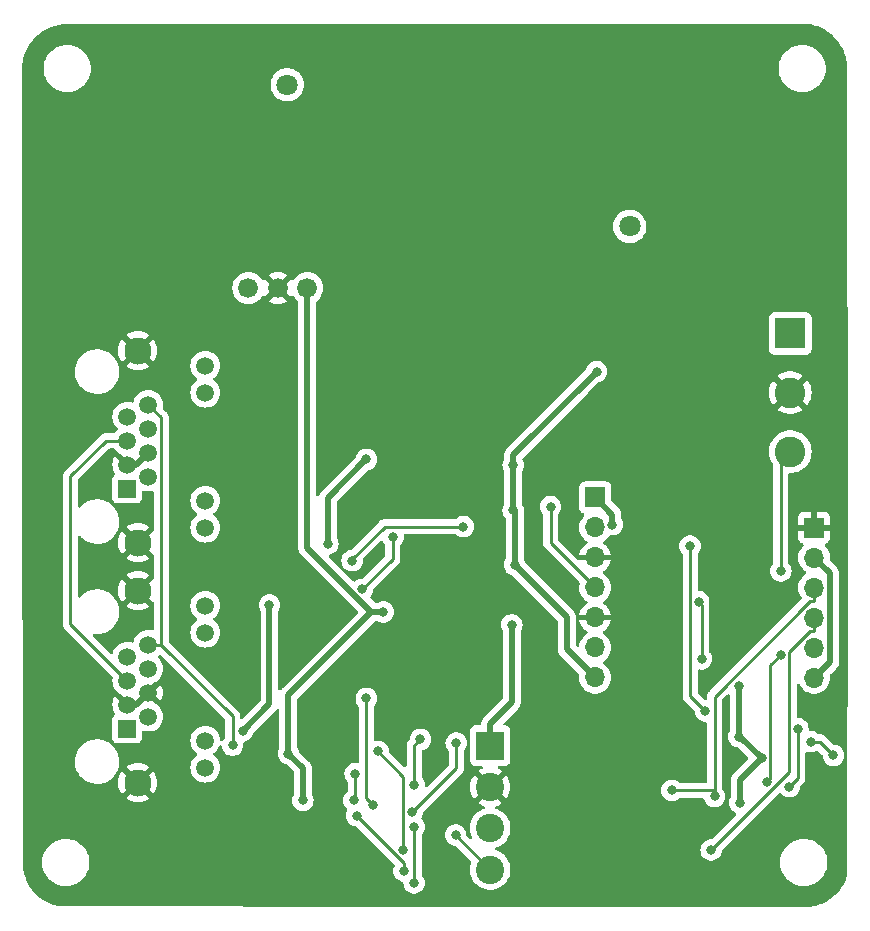
<source format=gbr>
%TF.GenerationSoftware,KiCad,Pcbnew,7.0.9*%
%TF.CreationDate,2024-04-08T21:40:24-04:00*%
%TF.ProjectId,WIRED-NAU7802-board-revB1,57495245-442d-44e4-9155-373830322d62,Rev B1*%
%TF.SameCoordinates,Original*%
%TF.FileFunction,Copper,L2,Bot*%
%TF.FilePolarity,Positive*%
%FSLAX46Y46*%
G04 Gerber Fmt 4.6, Leading zero omitted, Abs format (unit mm)*
G04 Created by KiCad (PCBNEW 7.0.9) date 2024-04-08 21:40:24*
%MOMM*%
%LPD*%
G01*
G04 APERTURE LIST*
%TA.AperFunction,ComponentPad*%
%ADD10R,1.500000X1.500000*%
%TD*%
%TA.AperFunction,ComponentPad*%
%ADD11C,1.500000*%
%TD*%
%TA.AperFunction,ComponentPad*%
%ADD12C,2.300000*%
%TD*%
%TA.AperFunction,ComponentPad*%
%ADD13C,1.680000*%
%TD*%
%TA.AperFunction,ComponentPad*%
%ADD14C,1.800000*%
%TD*%
%TA.AperFunction,ComponentPad*%
%ADD15R,2.600000X2.600000*%
%TD*%
%TA.AperFunction,ComponentPad*%
%ADD16C,2.600000*%
%TD*%
%TA.AperFunction,ComponentPad*%
%ADD17R,1.700000X1.700000*%
%TD*%
%TA.AperFunction,ComponentPad*%
%ADD18O,1.700000X1.700000*%
%TD*%
%TA.AperFunction,ComponentPad*%
%ADD19R,2.400000X2.400000*%
%TD*%
%TA.AperFunction,ComponentPad*%
%ADD20C,2.400000*%
%TD*%
%TA.AperFunction,ViaPad*%
%ADD21C,0.800000*%
%TD*%
%TA.AperFunction,Conductor*%
%ADD22C,0.250000*%
%TD*%
%TA.AperFunction,Conductor*%
%ADD23C,0.500000*%
%TD*%
G04 APERTURE END LIST*
D10*
%TO.P,J6,1*%
%TO.N,+5V*%
X129798000Y-106432000D03*
D11*
%TO.P,J6,2*%
X131578000Y-105416000D03*
%TO.P,J6,3*%
%TO.N,GND*%
X129798000Y-104400000D03*
%TO.P,J6,4*%
X131578000Y-103384000D03*
%TO.P,J6,5*%
%TO.N,/SDA*%
X129798000Y-102368000D03*
%TO.P,J6,6*%
X131578000Y-101352000D03*
%TO.P,J6,7*%
%TO.N,/SCL*%
X129798000Y-100336000D03*
%TO.P,J6,8*%
X131578000Y-99320000D03*
%TO.P,J6,9*%
%TO.N,unconnected-(J6-Pad9)*%
X136398000Y-109732000D03*
%TO.P,J6,10*%
%TO.N,unconnected-(J6-Pad10)*%
X136398000Y-107442000D03*
%TO.P,J6,11*%
%TO.N,unconnected-(J6-Pad11)*%
X136398000Y-98302000D03*
%TO.P,J6,12*%
%TO.N,unconnected-(J6-Pad12)*%
X136398000Y-96012000D03*
D12*
%TO.P,J6,SH*%
%TO.N,GND*%
X130688000Y-111002000D03*
X130688000Y-94742000D03*
%TD*%
D10*
%TO.P,J4,1*%
%TO.N,+5V*%
X129798000Y-126752000D03*
D11*
%TO.P,J4,2*%
X131578000Y-125736000D03*
%TO.P,J4,3*%
%TO.N,GND*%
X129798000Y-124720000D03*
%TO.P,J4,4*%
X131578000Y-123704000D03*
%TO.P,J4,5*%
%TO.N,/SDA*%
X129798000Y-122688000D03*
%TO.P,J4,6*%
X131578000Y-121672000D03*
%TO.P,J4,7*%
%TO.N,/SCL*%
X129798000Y-120656000D03*
%TO.P,J4,8*%
X131578000Y-119640000D03*
%TO.P,J4,9*%
%TO.N,unconnected-(J4-Pad9)*%
X136398000Y-130052000D03*
%TO.P,J4,10*%
%TO.N,unconnected-(J4-Pad10)*%
X136398000Y-127762000D03*
%TO.P,J4,11*%
%TO.N,unconnected-(J4-Pad11)*%
X136398000Y-118622000D03*
%TO.P,J4,12*%
%TO.N,unconnected-(J4-Pad12)*%
X136398000Y-116332000D03*
D12*
%TO.P,J4,SH*%
%TO.N,GND*%
X130688000Y-131322000D03*
X130688000Y-115062000D03*
%TD*%
D13*
%TO.P,IC1,1,VOUT*%
%TO.N,/DATA*%
X140044000Y-89436000D03*
%TO.P,IC1,2,GND*%
%TO.N,GND*%
X142544000Y-89436000D03*
%TO.P,IC1,3,+VCC_(+5V)*%
%TO.N,VCC*%
X145044000Y-89436000D03*
D14*
%TO.P,IC1,MH1*%
%TO.N,N/C*%
X143344000Y-72236000D03*
%TO.P,IC1,MH2*%
X172344000Y-84236000D03*
%TD*%
D15*
%TO.P,J5,1,Pin_1*%
%TO.N,+5V*%
X185928000Y-93298000D03*
D16*
%TO.P,J5,2,Pin_2*%
%TO.N,GND*%
X185928000Y-98298000D03*
%TO.P,J5,3,Pin_3*%
%TO.N,/DATA*%
X185928000Y-103298000D03*
%TD*%
D17*
%TO.P,J3,1,Pin_1*%
%TO.N,GND*%
X187960000Y-109728000D03*
D18*
%TO.P,J3,2,Pin_2*%
%TO.N,VCC*%
X187960000Y-112268000D03*
%TO.P,J3,3,Pin_3*%
%TO.N,/SDA*%
X187960000Y-114808000D03*
%TO.P,J3,4,Pin_4*%
%TO.N,/SCL*%
X187960000Y-117348000D03*
%TO.P,J3,5,Pin_5*%
%TO.N,/INT*%
X187960000Y-119888000D03*
%TO.P,J3,6,Pin_6*%
%TO.N,VCC*%
X187960000Y-122428000D03*
%TD*%
D17*
%TO.P,J2,1,Pin_1*%
%TO.N,VCC*%
X169418000Y-107183000D03*
D18*
%TO.P,J2,2,Pin_2*%
%TO.N,PG*%
X169418000Y-109723000D03*
%TO.P,J2,3,Pin_3*%
%TO.N,GND*%
X169418000Y-112263000D03*
%TO.P,J2,4,Pin_4*%
%TO.N,PS*%
X169418000Y-114803000D03*
%TO.P,J2,5,Pin_5*%
%TO.N,GND*%
X169418000Y-117343000D03*
%TO.P,J2,6,Pin_6*%
%TO.N,EN*%
X169418000Y-119883000D03*
%TO.P,J2,7,Pin_7*%
%TO.N,+5V*%
X169418000Y-122423000D03*
%TD*%
D19*
%TO.P,J1,1,Pin_1*%
%TO.N,VCC*%
X160528000Y-128184000D03*
D20*
%TO.P,J1,2,Pin_2*%
%TO.N,GND*%
X160528000Y-131684000D03*
%TO.P,J1,3,Pin_3*%
%TO.N,/B-*%
X160528000Y-135184000D03*
%TO.P,J1,4,Pin_4*%
%TO.N,/B+*%
X160528000Y-138684000D03*
%TD*%
D21*
%TO.N,/DATA*%
X185136000Y-113415900D03*
%TO.N,GND*%
X145821700Y-114122700D03*
X188776800Y-130114000D03*
X171997200Y-128909200D03*
X147158500Y-127001800D03*
X130556000Y-108458000D03*
X171951600Y-136062500D03*
X188976000Y-124479600D03*
X158634000Y-119914000D03*
X147074700Y-131437500D03*
X134112000Y-108458000D03*
X181121100Y-109893900D03*
X163066600Y-115194500D03*
%TO.N,PS*%
X165636000Y-107966700D03*
%TO.N,PG*%
X148844000Y-112522000D03*
X158265300Y-109653100D03*
%TO.N,EN*%
X149698632Y-114969368D03*
X152293100Y-110500800D03*
%TO.N,Net-(U1-VIN2N)*%
X151030000Y-128666500D03*
X153182400Y-137007400D03*
%TO.N,Net-(U1-VIN2P)*%
X148996900Y-132818300D03*
X149100900Y-130558300D03*
%TO.N,Net-(U1-VIN1N)*%
X187647700Y-127854700D03*
X177445200Y-111295300D03*
X178751500Y-125270600D03*
X189591000Y-129013100D03*
%TO.N,Net-(U1-VIN1P)*%
X178179700Y-116006900D03*
X178428100Y-120855400D03*
X186577400Y-126756100D03*
X185858800Y-131667300D03*
%TO.N,+5V*%
X162590700Y-112874400D03*
X139564000Y-126965300D03*
X162475500Y-108265900D03*
X150036000Y-103955400D03*
X162475500Y-104441400D03*
X146778100Y-111114800D03*
X169536000Y-96519500D03*
X141840500Y-116291000D03*
%TO.N,/SDA*%
X179520000Y-132488600D03*
X150630000Y-133203700D03*
X175911000Y-131988900D03*
X150036000Y-124199600D03*
%TO.N,/SCL*%
X153224300Y-138802700D03*
X149220500Y-134127700D03*
X179227600Y-137039100D03*
X138717000Y-128153900D03*
%TO.N,Net-(JP1-B)*%
X154620200Y-127653600D03*
X154083000Y-131510700D03*
%TO.N,Net-(JP2-B)*%
X153936000Y-133822200D03*
X157655500Y-127961700D03*
%TO.N,/INT*%
X183976900Y-131252400D03*
X185115900Y-120533100D03*
%TO.N,VCC*%
X151490300Y-116864900D03*
X181579200Y-123144600D03*
X170877000Y-109484400D03*
X181579200Y-127421000D03*
X144668700Y-132820000D03*
X162348500Y-117964200D03*
X183513500Y-129261400D03*
X181681100Y-133017200D03*
X143445100Y-128870400D03*
%TO.N,/B-*%
X154083000Y-135084100D03*
X154083000Y-139823800D03*
%TO.N,/B+*%
X157607000Y-135763000D03*
%TD*%
D22*
%TO.N,/DATA*%
X185136000Y-104090000D02*
X185136000Y-113415900D01*
X185928000Y-103298000D02*
X185136000Y-104090000D01*
D23*
%TO.N,GND*%
X129798000Y-124720000D02*
X130562000Y-124720000D01*
X130562000Y-124720000D02*
X131578000Y-123704000D01*
X129798000Y-104400000D02*
X130562000Y-104400000D01*
X130562000Y-104400000D02*
X131578000Y-103384000D01*
D22*
%TO.N,PS*%
X165636000Y-111021000D02*
X165636000Y-107966700D01*
X169418000Y-114803000D02*
X165636000Y-111021000D01*
%TO.N,PG*%
X148844000Y-112387900D02*
X151578800Y-109653100D01*
X151578800Y-109653100D02*
X158265300Y-109653100D01*
X148844000Y-112522000D02*
X148844000Y-112387900D01*
%TO.N,EN*%
X149698632Y-114969368D02*
X152293100Y-112374900D01*
X152293100Y-112374900D02*
X152293100Y-110500800D01*
%TO.N,Net-(U1-VIN2N)*%
X153182400Y-137007400D02*
X153182400Y-130818900D01*
X153182400Y-130818900D02*
X151030000Y-128666500D01*
%TO.N,Net-(U1-VIN2P)*%
X149100900Y-130558300D02*
X149100900Y-132714300D01*
X149100900Y-132714300D02*
X148996900Y-132818300D01*
%TO.N,Net-(U1-VIN1N)*%
X189591000Y-129013100D02*
X188432600Y-127854700D01*
X177445200Y-123964300D02*
X178751500Y-125270600D01*
X188432600Y-127854700D02*
X187647700Y-127854700D01*
X177445200Y-111295300D02*
X177445200Y-123964300D01*
%TO.N,Net-(U1-VIN1P)*%
X185858800Y-131667300D02*
X186577400Y-130948700D01*
X178428100Y-116255300D02*
X178428100Y-120855400D01*
X186577400Y-130948700D02*
X186577400Y-126756100D01*
X178179700Y-116006900D02*
X178428100Y-116255300D01*
D23*
%TO.N,+5V*%
X162590700Y-108381100D02*
X162590700Y-112874400D01*
X166998400Y-120003400D02*
X166998400Y-117282100D01*
X169536000Y-96519500D02*
X162475500Y-103580000D01*
X166998400Y-117282100D02*
X162590700Y-112874400D01*
X162475500Y-104441400D02*
X162475500Y-108265900D01*
X162475500Y-108265900D02*
X162590700Y-108381100D01*
X146778100Y-107213300D02*
X146778100Y-111114800D01*
X141840500Y-124688800D02*
X141840500Y-116291000D01*
X139564000Y-126965300D02*
X141840500Y-124688800D01*
X162475500Y-103580000D02*
X162475500Y-104441400D01*
X150036000Y-103955400D02*
X146778100Y-107213300D01*
X169418000Y-122423000D02*
X166998400Y-120003400D01*
D22*
%TO.N,/SDA*%
X187960000Y-114808000D02*
X187960000Y-115984900D01*
X179520000Y-124059100D02*
X179520000Y-131988900D01*
X150036000Y-132609700D02*
X150036000Y-124199600D01*
X187594200Y-115984900D02*
X179520000Y-124059100D01*
X179520000Y-131988900D02*
X179520000Y-132488600D01*
X179520000Y-131988900D02*
X175911000Y-131988900D01*
X187960000Y-115984900D02*
X187594200Y-115984900D01*
X128010000Y-102368000D02*
X129798000Y-102368000D01*
X129798000Y-122688000D02*
X124988300Y-117878300D01*
X150630000Y-133203700D02*
X150036000Y-132609700D01*
X124988300Y-105389700D02*
X128010000Y-102368000D01*
X124988300Y-117878300D02*
X124988300Y-105389700D01*
%TO.N,/SCL*%
X185850500Y-130416200D02*
X179227600Y-137039100D01*
X153224300Y-138131500D02*
X153224300Y-138802700D01*
X187592200Y-118524900D02*
X185850500Y-120266600D01*
X132660500Y-100402500D02*
X131578000Y-99320000D01*
X132660500Y-119640000D02*
X132660500Y-100402500D01*
X138717000Y-125696500D02*
X132660500Y-119640000D01*
X132660500Y-119640000D02*
X131578000Y-119640000D01*
X187960000Y-117348000D02*
X187960000Y-118524900D01*
X149220500Y-134127700D02*
X153224300Y-138131500D01*
X185850500Y-120266600D02*
X185850500Y-130416200D01*
X138717000Y-128153900D02*
X138717000Y-125696500D01*
X187960000Y-118524900D02*
X187592200Y-118524900D01*
%TO.N,Net-(JP1-B)*%
X154083000Y-131510700D02*
X154083000Y-128190800D01*
X154083000Y-128190800D02*
X154620200Y-127653600D01*
%TO.N,Net-(JP2-B)*%
X157655500Y-130102700D02*
X157655500Y-127961700D01*
X153936000Y-133822200D02*
X157655500Y-130102700D01*
%TO.N,/INT*%
X183976900Y-131252400D02*
X184248800Y-130980500D01*
X184248800Y-121400200D02*
X185115900Y-120533100D01*
X184248800Y-130980500D02*
X184248800Y-121400200D01*
D23*
%TO.N,VCC*%
X181673100Y-127421000D02*
X181579200Y-127421000D01*
X181681100Y-133017200D02*
X181681100Y-131093800D01*
X187960000Y-112268000D02*
X189307400Y-113615400D01*
X189307400Y-113615400D02*
X189307400Y-121080600D01*
X145044000Y-89436000D02*
X145044000Y-111445400D01*
X144668700Y-132820000D02*
X144668700Y-130094000D01*
X160528000Y-126332100D02*
X162348500Y-124511600D01*
X169418000Y-107183000D02*
X170877000Y-108642000D01*
X170877000Y-108642000D02*
X170877000Y-109484400D01*
X145044000Y-111445400D02*
X150463500Y-116864900D01*
X144668700Y-130094000D02*
X143445100Y-128870400D01*
X181579200Y-127421000D02*
X181579200Y-123144600D01*
X183513500Y-129261400D02*
X181673100Y-127421000D01*
X160528000Y-128184000D02*
X160528000Y-126332100D01*
X181681100Y-131093800D02*
X183513500Y-129261400D01*
X143445100Y-123883300D02*
X150463500Y-116864900D01*
X189307400Y-121080600D02*
X187960000Y-122428000D01*
X162348500Y-124511600D02*
X162348500Y-117964200D01*
X150463500Y-116864900D02*
X151490300Y-116864900D01*
X143445100Y-128870400D02*
X143445100Y-123883300D01*
D22*
%TO.N,/B-*%
X154083000Y-135084100D02*
X154083000Y-139823800D01*
%TO.N,/B+*%
X160528000Y-138684000D02*
X157607000Y-135763000D01*
%TD*%
%TA.AperFunction,Conductor*%
%TO.N,GND*%
G36*
X128707726Y-103021185D02*
G01*
X128742259Y-103054373D01*
X128830251Y-103180038D01*
X128985962Y-103335749D01*
X129166346Y-103462056D01*
X129229155Y-103491344D01*
X129235089Y-103494111D01*
X129270365Y-103518812D01*
X129714163Y-103962610D01*
X129665353Y-103969967D01*
X129544491Y-104028171D01*
X129446156Y-104119413D01*
X129379083Y-104235587D01*
X129360676Y-104316228D01*
X128754875Y-103710427D01*
X128754875Y-103710428D01*
X128711333Y-103772612D01*
X128711332Y-103772614D01*
X128618898Y-103970840D01*
X128618894Y-103970849D01*
X128562289Y-104182105D01*
X128562287Y-104182115D01*
X128543225Y-104399999D01*
X128543225Y-104400000D01*
X128562287Y-104617884D01*
X128562289Y-104617894D01*
X128618894Y-104829150D01*
X128618898Y-104829159D01*
X128711333Y-105027387D01*
X128767133Y-105107078D01*
X128789460Y-105173285D01*
X128772450Y-105241052D01*
X128739869Y-105277468D01*
X128684741Y-105318737D01*
X128684740Y-105318738D01*
X128684739Y-105318739D01*
X128661724Y-105349483D01*
X128597111Y-105435795D01*
X128546011Y-105572795D01*
X128546011Y-105572797D01*
X128539500Y-105633345D01*
X128539500Y-107230654D01*
X128546011Y-107291202D01*
X128546011Y-107291204D01*
X128581546Y-107386473D01*
X128597111Y-107428204D01*
X128684739Y-107545261D01*
X128801796Y-107632889D01*
X128938799Y-107683989D01*
X128966050Y-107686918D01*
X128999345Y-107690499D01*
X128999362Y-107690500D01*
X130596638Y-107690500D01*
X130596654Y-107690499D01*
X130623692Y-107687591D01*
X130657201Y-107683989D01*
X130794204Y-107632889D01*
X130911261Y-107545261D01*
X130998889Y-107428204D01*
X131049989Y-107291201D01*
X131053591Y-107257692D01*
X131056499Y-107230654D01*
X131056500Y-107230637D01*
X131056500Y-106740758D01*
X131076185Y-106673719D01*
X131128989Y-106627964D01*
X131198147Y-106618020D01*
X131212583Y-106620981D01*
X131358629Y-106660115D01*
X131514127Y-106673719D01*
X131577998Y-106679307D01*
X131578000Y-106679307D01*
X131578002Y-106679307D01*
X131632842Y-106674509D01*
X131797371Y-106660115D01*
X131870906Y-106640411D01*
X131940755Y-106642072D01*
X131998618Y-106681234D01*
X132026123Y-106745462D01*
X132027000Y-106760185D01*
X132027000Y-109965190D01*
X132007315Y-110032229D01*
X131990681Y-110052871D01*
X131393781Y-110649770D01*
X131305621Y-110509464D01*
X131180536Y-110384379D01*
X131040229Y-110296217D01*
X131667645Y-109668801D01*
X131660843Y-109662993D01*
X131660842Y-109662992D01*
X131439400Y-109527292D01*
X131439397Y-109527290D01*
X131199462Y-109427906D01*
X131199445Y-109427901D01*
X130946911Y-109367274D01*
X130946912Y-109367274D01*
X130688000Y-109346898D01*
X130429087Y-109367274D01*
X130176554Y-109427901D01*
X130176537Y-109427906D01*
X129936602Y-109527290D01*
X129936599Y-109527292D01*
X129715155Y-109662993D01*
X129708353Y-109668800D01*
X130335770Y-110296217D01*
X130195464Y-110384379D01*
X130070379Y-110509464D01*
X129982217Y-110649770D01*
X129354800Y-110022353D01*
X129348993Y-110029155D01*
X129213292Y-110250599D01*
X129213290Y-110250602D01*
X129113906Y-110490537D01*
X129113901Y-110490554D01*
X129053274Y-110743087D01*
X129032898Y-111002000D01*
X129053274Y-111260912D01*
X129113901Y-111513445D01*
X129113906Y-111513462D01*
X129213290Y-111753397D01*
X129213292Y-111753400D01*
X129348992Y-111974842D01*
X129348993Y-111974843D01*
X129354801Y-111981644D01*
X129982217Y-111354228D01*
X130070379Y-111494536D01*
X130195464Y-111619621D01*
X130335770Y-111707781D01*
X129708354Y-112335197D01*
X129715157Y-112341007D01*
X129936599Y-112476707D01*
X129936602Y-112476709D01*
X130176537Y-112576093D01*
X130176554Y-112576098D01*
X130429088Y-112636725D01*
X130429087Y-112636725D01*
X130688000Y-112657101D01*
X130946912Y-112636725D01*
X131199445Y-112576098D01*
X131199462Y-112576093D01*
X131439397Y-112476709D01*
X131439400Y-112476707D01*
X131660844Y-112341005D01*
X131667644Y-112335197D01*
X131040229Y-111707782D01*
X131180536Y-111619621D01*
X131305621Y-111494536D01*
X131393782Y-111354229D01*
X131990681Y-111951128D01*
X132024166Y-112012451D01*
X132027000Y-112038809D01*
X132027000Y-114025190D01*
X132007315Y-114092229D01*
X131990681Y-114112871D01*
X131393781Y-114709770D01*
X131305621Y-114569464D01*
X131180536Y-114444379D01*
X131040229Y-114356217D01*
X131667645Y-113728801D01*
X131660843Y-113722993D01*
X131660842Y-113722992D01*
X131439400Y-113587292D01*
X131439397Y-113587290D01*
X131199462Y-113487906D01*
X131199445Y-113487901D01*
X130946911Y-113427274D01*
X130946912Y-113427274D01*
X130688000Y-113406898D01*
X130429087Y-113427274D01*
X130176554Y-113487901D01*
X130176537Y-113487906D01*
X129936602Y-113587290D01*
X129936599Y-113587292D01*
X129715155Y-113722993D01*
X129708353Y-113728800D01*
X130335770Y-114356217D01*
X130195464Y-114444379D01*
X130070379Y-114569464D01*
X129982217Y-114709770D01*
X129354800Y-114082353D01*
X129348993Y-114089155D01*
X129213292Y-114310599D01*
X129213290Y-114310602D01*
X129113906Y-114550537D01*
X129113901Y-114550554D01*
X129053274Y-114803087D01*
X129032898Y-115062000D01*
X129053274Y-115320912D01*
X129113901Y-115573445D01*
X129113906Y-115573462D01*
X129213290Y-115813397D01*
X129213292Y-115813400D01*
X129348992Y-116034842D01*
X129348993Y-116034843D01*
X129354801Y-116041644D01*
X129982217Y-115414228D01*
X130070379Y-115554536D01*
X130195464Y-115679621D01*
X130335770Y-115767781D01*
X129708354Y-116395197D01*
X129715157Y-116401007D01*
X129936599Y-116536707D01*
X129936602Y-116536709D01*
X130176537Y-116636093D01*
X130176554Y-116636098D01*
X130429088Y-116696725D01*
X130429087Y-116696725D01*
X130688000Y-116717101D01*
X130946912Y-116696725D01*
X131199445Y-116636098D01*
X131199462Y-116636093D01*
X131439397Y-116536709D01*
X131439400Y-116536707D01*
X131660844Y-116401005D01*
X131667644Y-116395197D01*
X131040229Y-115767782D01*
X131180536Y-115679621D01*
X131305621Y-115554536D01*
X131393782Y-115414229D01*
X131990681Y-116011128D01*
X132024166Y-116072451D01*
X132027000Y-116098809D01*
X132027000Y-118295814D01*
X132007315Y-118362853D01*
X131954511Y-118408608D01*
X131885353Y-118418552D01*
X131870906Y-118415589D01*
X131797373Y-118395885D01*
X131797365Y-118395884D01*
X131578002Y-118376693D01*
X131577998Y-118376693D01*
X131358634Y-118395884D01*
X131358627Y-118395885D01*
X131145920Y-118452881D01*
X130946346Y-118545944D01*
X130946342Y-118545946D01*
X130765967Y-118672247D01*
X130765960Y-118672252D01*
X130610252Y-118827960D01*
X130610247Y-118827967D01*
X130483946Y-119008342D01*
X130483944Y-119008346D01*
X130390880Y-119207924D01*
X130346961Y-119371826D01*
X130310596Y-119431486D01*
X130247749Y-119462014D01*
X130195093Y-119459506D01*
X130017372Y-119411885D01*
X130017365Y-119411884D01*
X129798002Y-119392693D01*
X129797998Y-119392693D01*
X129578634Y-119411884D01*
X129578627Y-119411885D01*
X129365920Y-119468881D01*
X129166346Y-119561944D01*
X129166342Y-119561946D01*
X128985967Y-119688247D01*
X128985960Y-119688252D01*
X128830252Y-119843960D01*
X128830247Y-119843967D01*
X128703946Y-120024342D01*
X128703944Y-120024346D01*
X128610880Y-120223923D01*
X128585940Y-120316996D01*
X128549574Y-120376655D01*
X128486727Y-120407184D01*
X128417351Y-120398887D01*
X128378485Y-120372581D01*
X126919746Y-118913841D01*
X126886261Y-118852518D01*
X126891245Y-118782826D01*
X126933117Y-118726893D01*
X126998581Y-118702476D01*
X127025470Y-118703480D01*
X127120731Y-118717500D01*
X127120737Y-118717500D01*
X127326552Y-118717500D01*
X127378744Y-118713679D01*
X127531805Y-118702477D01*
X127799775Y-118642784D01*
X128056198Y-118544711D01*
X128295609Y-118410347D01*
X128512904Y-118242557D01*
X128703454Y-118044916D01*
X128863196Y-117821637D01*
X128988727Y-117577479D01*
X129077370Y-117317646D01*
X129127236Y-117047674D01*
X129137262Y-116773320D01*
X129107236Y-116500429D01*
X129037796Y-116234818D01*
X128930423Y-115982148D01*
X128787405Y-115747804D01*
X128706281Y-115650323D01*
X128611800Y-115536792D01*
X128611795Y-115536787D01*
X128611791Y-115536782D01*
X128505385Y-115441441D01*
X128407327Y-115353580D01*
X128407324Y-115353578D01*
X128407323Y-115353577D01*
X128178359Y-115202096D01*
X127929779Y-115085567D01*
X127782362Y-115041216D01*
X127666879Y-115006472D01*
X127533915Y-114986904D01*
X127395269Y-114966500D01*
X127189453Y-114966500D01*
X127189448Y-114966500D01*
X126984195Y-114981523D01*
X126984185Y-114981524D01*
X126716229Y-115041214D01*
X126716224Y-115041216D01*
X126459799Y-115139290D01*
X126220392Y-115273652D01*
X126220387Y-115273655D01*
X126003097Y-115441441D01*
X126003087Y-115441450D01*
X125835068Y-115615723D01*
X125774367Y-115650323D01*
X125704596Y-115646612D01*
X125647907Y-115605769D01*
X125622298Y-115540762D01*
X125621800Y-115529658D01*
X125621800Y-110530718D01*
X125641485Y-110463679D01*
X125694289Y-110417924D01*
X125763447Y-110407980D01*
X125827003Y-110437005D01*
X125841105Y-110451391D01*
X125904209Y-110527218D01*
X125961259Y-110578335D01*
X126108672Y-110710419D01*
X126108674Y-110710420D01*
X126108677Y-110710423D01*
X126337641Y-110861904D01*
X126586221Y-110978433D01*
X126849119Y-111057527D01*
X127120731Y-111097500D01*
X127120736Y-111097500D01*
X127326552Y-111097500D01*
X127378744Y-111093679D01*
X127531805Y-111082477D01*
X127799775Y-111022784D01*
X128056198Y-110924711D01*
X128295609Y-110790347D01*
X128512904Y-110622557D01*
X128703454Y-110424916D01*
X128863196Y-110201637D01*
X128988727Y-109957479D01*
X129077370Y-109697646D01*
X129127236Y-109427674D01*
X129137262Y-109153320D01*
X129107236Y-108880429D01*
X129043842Y-108637944D01*
X129037797Y-108614821D01*
X129036419Y-108611579D01*
X128930423Y-108362148D01*
X128787405Y-108127804D01*
X128785666Y-108125715D01*
X128611800Y-107916792D01*
X128611795Y-107916787D01*
X128611791Y-107916782D01*
X128471895Y-107791434D01*
X128407327Y-107733580D01*
X128407324Y-107733578D01*
X128407323Y-107733577D01*
X128178359Y-107582096D01*
X127929779Y-107465567D01*
X127782362Y-107421216D01*
X127666879Y-107386472D01*
X127533915Y-107366904D01*
X127395269Y-107346500D01*
X127189453Y-107346500D01*
X127189448Y-107346500D01*
X126984195Y-107361523D01*
X126984185Y-107361524D01*
X126716229Y-107421214D01*
X126716224Y-107421216D01*
X126459799Y-107519290D01*
X126220392Y-107653652D01*
X126220387Y-107653655D01*
X126003097Y-107821441D01*
X126003087Y-107821450D01*
X125835068Y-107995723D01*
X125774367Y-108030323D01*
X125704596Y-108026612D01*
X125647907Y-107985769D01*
X125622298Y-107920762D01*
X125621800Y-107909658D01*
X125621800Y-105703466D01*
X125641485Y-105636427D01*
X125658119Y-105615785D01*
X128236086Y-103037819D01*
X128297409Y-103004334D01*
X128323767Y-103001500D01*
X128640687Y-103001500D01*
X128707726Y-103021185D01*
G37*
%TD.AperFunction*%
%TA.AperFunction,Conductor*%
G36*
X186945515Y-67056574D02*
G01*
X187096469Y-67063990D01*
X187322034Y-67075812D01*
X187327842Y-67076393D01*
X187507383Y-67103025D01*
X187704138Y-67134188D01*
X187709449Y-67135271D01*
X187890852Y-67180711D01*
X188051397Y-67223730D01*
X188078283Y-67230934D01*
X188083127Y-67232446D01*
X188261420Y-67296240D01*
X188440749Y-67365078D01*
X188444992Y-67366893D01*
X188617402Y-67448437D01*
X188787703Y-67535210D01*
X188791403Y-67537259D01*
X188955713Y-67635743D01*
X189115623Y-67739590D01*
X189118789Y-67741789D01*
X189273105Y-67856237D01*
X189421201Y-67976162D01*
X189423820Y-67978407D01*
X189565313Y-68106648D01*
X189567517Y-68108747D01*
X189701251Y-68242481D01*
X189703350Y-68244685D01*
X189831591Y-68386178D01*
X189833836Y-68388797D01*
X189953762Y-68536894D01*
X190068209Y-68691209D01*
X190070408Y-68694375D01*
X190174260Y-68854292D01*
X190272730Y-69018579D01*
X190274794Y-69022307D01*
X190361567Y-69192609D01*
X190443094Y-69364982D01*
X190444930Y-69369274D01*
X190513762Y-69548588D01*
X190577552Y-69726873D01*
X190579064Y-69731715D01*
X190629295Y-69919174D01*
X190674721Y-70100524D01*
X190675816Y-70105893D01*
X190706980Y-70302660D01*
X190733602Y-70482131D01*
X190734188Y-70487987D01*
X190746014Y-70713627D01*
X190753425Y-70864487D01*
X190753500Y-70867530D01*
X190753500Y-70916412D01*
X190753637Y-70917671D01*
X190859417Y-110887639D01*
X190763628Y-139145343D01*
X190759403Y-139177020D01*
X190755684Y-139190899D01*
X190754172Y-139195739D01*
X190690015Y-139375051D01*
X190620646Y-139555764D01*
X190618810Y-139560055D01*
X190536805Y-139733439D01*
X190449374Y-139905034D01*
X190447310Y-139908762D01*
X190348248Y-140074037D01*
X190243613Y-140235160D01*
X190241414Y-140238326D01*
X190126283Y-140393564D01*
X190005450Y-140542779D01*
X190003206Y-140545399D01*
X189874196Y-140687739D01*
X189872097Y-140689943D01*
X189737343Y-140824697D01*
X189735139Y-140826796D01*
X189592799Y-140955806D01*
X189590179Y-140958050D01*
X189440964Y-141078883D01*
X189285726Y-141194014D01*
X189282560Y-141196213D01*
X189121437Y-141300848D01*
X188956162Y-141399910D01*
X188952434Y-141401974D01*
X188780839Y-141489405D01*
X188607455Y-141571410D01*
X188603164Y-141573246D01*
X188422451Y-141642615D01*
X188243141Y-141706771D01*
X188238300Y-141708283D01*
X188049366Y-141758909D01*
X187866989Y-141804592D01*
X187861620Y-141805687D01*
X187663197Y-141837114D01*
X187482844Y-141863867D01*
X187476988Y-141864453D01*
X187248921Y-141876406D01*
X187097939Y-141883823D01*
X187094846Y-141883897D01*
X155637237Y-141858301D01*
X123878668Y-141742815D01*
X123848991Y-141739100D01*
X123740822Y-141712006D01*
X123559374Y-141663386D01*
X123554532Y-141661874D01*
X123380375Y-141599560D01*
X123206616Y-141532860D01*
X123202325Y-141531024D01*
X123034038Y-141451431D01*
X122997092Y-141432606D01*
X122868895Y-141367286D01*
X122865175Y-141365227D01*
X122704827Y-141269118D01*
X122549707Y-141168382D01*
X122546541Y-141166183D01*
X122395964Y-141054508D01*
X122252270Y-140938147D01*
X122249651Y-140935902D01*
X122111635Y-140810812D01*
X122109431Y-140808713D01*
X121979685Y-140678967D01*
X121977586Y-140676763D01*
X121921531Y-140614916D01*
X121852496Y-140538747D01*
X121850251Y-140536128D01*
X121823152Y-140502664D01*
X121734805Y-140393564D01*
X121733891Y-140392435D01*
X121622215Y-140241857D01*
X121620016Y-140238691D01*
X121591869Y-140195349D01*
X121519275Y-140083562D01*
X121510664Y-140069195D01*
X121423153Y-139923192D01*
X121421123Y-139919526D01*
X121336972Y-139754369D01*
X121257372Y-139586069D01*
X121255549Y-139581808D01*
X121188845Y-139408039D01*
X121126521Y-139233855D01*
X121125009Y-139229013D01*
X121076398Y-139047595D01*
X121060010Y-138982172D01*
X121031951Y-138870155D01*
X121030864Y-138864826D01*
X121000791Y-138674950D01*
X120974653Y-138498742D01*
X120974071Y-138492924D01*
X120962792Y-138277706D01*
X120957943Y-138178993D01*
X120955375Y-138126713D01*
X120955300Y-138123671D01*
X120955300Y-138084001D01*
X122586390Y-138084001D01*
X122606804Y-138369433D01*
X122667628Y-138649037D01*
X122667630Y-138649043D01*
X122667631Y-138649046D01*
X122680670Y-138684004D01*
X122767635Y-138917166D01*
X122904770Y-139168309D01*
X122904775Y-139168317D01*
X123076254Y-139397387D01*
X123076270Y-139397405D01*
X123278594Y-139599729D01*
X123278612Y-139599745D01*
X123507682Y-139771224D01*
X123507690Y-139771229D01*
X123758833Y-139908364D01*
X123758832Y-139908364D01*
X123758836Y-139908365D01*
X123758839Y-139908367D01*
X124026954Y-140008369D01*
X124026960Y-140008370D01*
X124026962Y-140008371D01*
X124306566Y-140069195D01*
X124306568Y-140069195D01*
X124306572Y-140069196D01*
X124520552Y-140084500D01*
X124663448Y-140084500D01*
X124877428Y-140069196D01*
X125087472Y-140023504D01*
X125157037Y-140008371D01*
X125157037Y-140008370D01*
X125157046Y-140008369D01*
X125425161Y-139908367D01*
X125676315Y-139771226D01*
X125905395Y-139599739D01*
X126107739Y-139397395D01*
X126279226Y-139168315D01*
X126416367Y-138917161D01*
X126516369Y-138649046D01*
X126577196Y-138369428D01*
X126597610Y-138084000D01*
X126597533Y-138082929D01*
X126588163Y-137951914D01*
X126577196Y-137798572D01*
X126559661Y-137717966D01*
X126516371Y-137518962D01*
X126516370Y-137518960D01*
X126516369Y-137518954D01*
X126416367Y-137250839D01*
X126404457Y-137229028D01*
X126279229Y-136999690D01*
X126279224Y-136999682D01*
X126107745Y-136770612D01*
X126107729Y-136770594D01*
X125905405Y-136568270D01*
X125905387Y-136568254D01*
X125676317Y-136396775D01*
X125676309Y-136396770D01*
X125425166Y-136259635D01*
X125425167Y-136259635D01*
X125317915Y-136219632D01*
X125157046Y-136159631D01*
X125157043Y-136159630D01*
X125157037Y-136159628D01*
X124877433Y-136098804D01*
X124663448Y-136083500D01*
X124520552Y-136083500D01*
X124306566Y-136098804D01*
X124026962Y-136159628D01*
X123758833Y-136259635D01*
X123507690Y-136396770D01*
X123507682Y-136396775D01*
X123278612Y-136568254D01*
X123278594Y-136568270D01*
X123076270Y-136770594D01*
X123076254Y-136770612D01*
X122904775Y-136999682D01*
X122904770Y-136999690D01*
X122767635Y-137250833D01*
X122667628Y-137518962D01*
X122606804Y-137798566D01*
X122586390Y-138083998D01*
X122586390Y-138084001D01*
X120955300Y-138084001D01*
X120955300Y-138073974D01*
X120955240Y-138073427D01*
X120945649Y-129610678D01*
X125378737Y-129610678D01*
X125408762Y-129883559D01*
X125408763Y-129883569D01*
X125478202Y-130149178D01*
X125578161Y-130384402D01*
X125585577Y-130401852D01*
X125706305Y-130599673D01*
X125728592Y-130636191D01*
X125728599Y-130636201D01*
X125904199Y-130847207D01*
X125904204Y-130847212D01*
X125904209Y-130847218D01*
X125904216Y-130847224D01*
X126108672Y-131030419D01*
X126108674Y-131030420D01*
X126108677Y-131030423D01*
X126337641Y-131181904D01*
X126586221Y-131298433D01*
X126849119Y-131377527D01*
X127120731Y-131417500D01*
X127120736Y-131417500D01*
X127326552Y-131417500D01*
X127378744Y-131413679D01*
X127531805Y-131402477D01*
X127799775Y-131342784D01*
X127854117Y-131322000D01*
X129032898Y-131322000D01*
X129053274Y-131580912D01*
X129113901Y-131833445D01*
X129113906Y-131833462D01*
X129213290Y-132073397D01*
X129213292Y-132073400D01*
X129348992Y-132294842D01*
X129348993Y-132294843D01*
X129354801Y-132301644D01*
X129982217Y-131674228D01*
X130070379Y-131814536D01*
X130195464Y-131939621D01*
X130335770Y-132027781D01*
X129708354Y-132655197D01*
X129715157Y-132661007D01*
X129936599Y-132796707D01*
X129936602Y-132796709D01*
X130176537Y-132896093D01*
X130176554Y-132896098D01*
X130429088Y-132956725D01*
X130429087Y-132956725D01*
X130688000Y-132977101D01*
X130946912Y-132956725D01*
X131199445Y-132896098D01*
X131199462Y-132896093D01*
X131439397Y-132796709D01*
X131439400Y-132796707D01*
X131660844Y-132661005D01*
X131667644Y-132655197D01*
X131040229Y-132027782D01*
X131180536Y-131939621D01*
X131305621Y-131814536D01*
X131393782Y-131674229D01*
X132021197Y-132301644D01*
X132027005Y-132294844D01*
X132162707Y-132073400D01*
X132162709Y-132073397D01*
X132262093Y-131833462D01*
X132262098Y-131833445D01*
X132322725Y-131580912D01*
X132343101Y-131322000D01*
X132322725Y-131063087D01*
X132262098Y-130810554D01*
X132262093Y-130810537D01*
X132162709Y-130570602D01*
X132162707Y-130570599D01*
X132027007Y-130349157D01*
X132021197Y-130342354D01*
X131393781Y-130969769D01*
X131305621Y-130829464D01*
X131180536Y-130704379D01*
X131040229Y-130616217D01*
X131667645Y-129988801D01*
X131660843Y-129982993D01*
X131660842Y-129982992D01*
X131439400Y-129847292D01*
X131439397Y-129847290D01*
X131199462Y-129747906D01*
X131199445Y-129747901D01*
X130946911Y-129687274D01*
X130946912Y-129687274D01*
X130688000Y-129666898D01*
X130429087Y-129687274D01*
X130176554Y-129747901D01*
X130176537Y-129747906D01*
X129936602Y-129847290D01*
X129936599Y-129847292D01*
X129715155Y-129982993D01*
X129708353Y-129988800D01*
X130335770Y-130616217D01*
X130195464Y-130704379D01*
X130070379Y-130829464D01*
X129982217Y-130969770D01*
X129354800Y-130342353D01*
X129348993Y-130349155D01*
X129213292Y-130570599D01*
X129213290Y-130570602D01*
X129113906Y-130810537D01*
X129113901Y-130810554D01*
X129053274Y-131063087D01*
X129032898Y-131322000D01*
X127854117Y-131322000D01*
X128056198Y-131244711D01*
X128295609Y-131110347D01*
X128512904Y-130942557D01*
X128703454Y-130744916D01*
X128863196Y-130521637D01*
X128988727Y-130277479D01*
X129077370Y-130017646D01*
X129127236Y-129747674D01*
X129137262Y-129473320D01*
X129107236Y-129200429D01*
X129052708Y-128991856D01*
X129037797Y-128934821D01*
X129035536Y-128929501D01*
X128930423Y-128682148D01*
X128787405Y-128447804D01*
X128784835Y-128444716D01*
X128611800Y-128236792D01*
X128611795Y-128236787D01*
X128611791Y-128236782D01*
X128560184Y-128190542D01*
X128407327Y-128053580D01*
X128407324Y-128053578D01*
X128407323Y-128053577D01*
X128178359Y-127902096D01*
X127929779Y-127785567D01*
X127782362Y-127741216D01*
X127666879Y-127706472D01*
X127533915Y-127686904D01*
X127395269Y-127666500D01*
X127189453Y-127666500D01*
X127189448Y-127666500D01*
X126984195Y-127681523D01*
X126984185Y-127681524D01*
X126716229Y-127741214D01*
X126716224Y-127741216D01*
X126459799Y-127839290D01*
X126220392Y-127973652D01*
X126220387Y-127973655D01*
X126003097Y-128141441D01*
X126003088Y-128141450D01*
X125812549Y-128339080D01*
X125812547Y-128339082D01*
X125652805Y-128562361D01*
X125652802Y-128562366D01*
X125527275Y-128806515D01*
X125527271Y-128806525D01*
X125438632Y-129066344D01*
X125438629Y-129066358D01*
X125388765Y-129336314D01*
X125388763Y-129336334D01*
X125378737Y-129610678D01*
X120945649Y-129610678D01*
X120918176Y-105369642D01*
X124350080Y-105369642D01*
X124354525Y-105416666D01*
X124354800Y-105422504D01*
X124354800Y-117794666D01*
X124353061Y-117810413D01*
X124353332Y-117810439D01*
X124352598Y-117818205D01*
X124354800Y-117888257D01*
X124354800Y-117918159D01*
X124355684Y-117925156D01*
X124356142Y-117930979D01*
X124357626Y-117978189D01*
X124357627Y-117978191D01*
X124363322Y-117997795D01*
X124367267Y-118016842D01*
X124369826Y-118037097D01*
X124369827Y-118037100D01*
X124369828Y-118037103D01*
X124387214Y-118081016D01*
X124389106Y-118086544D01*
X124402281Y-118131892D01*
X124412672Y-118149462D01*
X124421232Y-118166935D01*
X124428747Y-118185917D01*
X124456509Y-118224127D01*
X124459716Y-118229010D01*
X124483758Y-118269662D01*
X124483762Y-118269666D01*
X124498189Y-118284093D01*
X124510826Y-118298888D01*
X124522828Y-118315407D01*
X124559231Y-118345522D01*
X124563531Y-118349435D01*
X127541755Y-121327660D01*
X128530488Y-122316393D01*
X128563973Y-122377716D01*
X128562583Y-122436164D01*
X128553886Y-122468624D01*
X128553884Y-122468634D01*
X128534693Y-122687997D01*
X128534693Y-122688002D01*
X128553884Y-122907365D01*
X128553885Y-122907372D01*
X128566558Y-122954668D01*
X128610880Y-123120076D01*
X128610881Y-123120079D01*
X128610882Y-123120081D01*
X128703942Y-123319650D01*
X128703944Y-123319654D01*
X128830251Y-123500038D01*
X128985962Y-123655749D01*
X129166346Y-123782056D01*
X129217268Y-123805801D01*
X129235089Y-123814111D01*
X129270365Y-123838812D01*
X129714163Y-124282610D01*
X129665353Y-124289967D01*
X129544491Y-124348171D01*
X129446156Y-124439413D01*
X129379083Y-124555587D01*
X129360676Y-124636228D01*
X128754875Y-124030427D01*
X128754875Y-124030428D01*
X128711333Y-124092612D01*
X128711332Y-124092614D01*
X128618898Y-124290840D01*
X128618894Y-124290849D01*
X128562289Y-124502105D01*
X128562287Y-124502115D01*
X128543225Y-124719999D01*
X128543225Y-124720000D01*
X128562287Y-124937884D01*
X128562289Y-124937894D01*
X128618894Y-125149150D01*
X128618898Y-125149159D01*
X128711333Y-125347387D01*
X128767133Y-125427078D01*
X128789460Y-125493285D01*
X128772450Y-125561052D01*
X128739869Y-125597468D01*
X128684741Y-125638737D01*
X128684740Y-125638738D01*
X128684739Y-125638739D01*
X128671331Y-125656650D01*
X128597111Y-125755795D01*
X128546011Y-125892795D01*
X128546011Y-125892797D01*
X128539500Y-125953345D01*
X128539500Y-127550654D01*
X128546011Y-127611202D01*
X128546011Y-127611204D01*
X128581546Y-127706473D01*
X128597111Y-127748204D01*
X128684739Y-127865261D01*
X128801796Y-127952889D01*
X128938799Y-128003989D01*
X128966050Y-128006918D01*
X128999345Y-128010499D01*
X128999362Y-128010500D01*
X130596638Y-128010500D01*
X130596654Y-128010499D01*
X130623692Y-128007591D01*
X130657201Y-128003989D01*
X130794204Y-127952889D01*
X130911261Y-127865261D01*
X130998889Y-127748204D01*
X131047842Y-127616958D01*
X131049988Y-127611204D01*
X131049988Y-127611203D01*
X131049989Y-127611201D01*
X131053591Y-127577692D01*
X131056499Y-127550654D01*
X131056500Y-127550637D01*
X131056500Y-127060758D01*
X131076185Y-126993719D01*
X131128989Y-126947964D01*
X131198147Y-126938020D01*
X131212583Y-126940981D01*
X131358629Y-126980115D01*
X131514127Y-126993719D01*
X131577998Y-126999307D01*
X131578000Y-126999307D01*
X131578002Y-126999307D01*
X131632842Y-126994509D01*
X131797371Y-126980115D01*
X132010076Y-126923120D01*
X132209654Y-126830056D01*
X132390038Y-126703749D01*
X132545749Y-126548038D01*
X132672056Y-126367654D01*
X132765120Y-126168076D01*
X132822115Y-125955371D01*
X132839575Y-125755795D01*
X132841307Y-125736002D01*
X132841307Y-125735997D01*
X132827398Y-125577014D01*
X132822115Y-125516629D01*
X132765120Y-125303924D01*
X132672056Y-125104347D01*
X132672054Y-125104344D01*
X132672053Y-125104342D01*
X132589098Y-124985871D01*
X132545749Y-124923962D01*
X132390038Y-124768251D01*
X132209654Y-124641944D01*
X132140910Y-124609888D01*
X132105635Y-124585188D01*
X131661836Y-124141389D01*
X131710647Y-124134033D01*
X131831509Y-124075829D01*
X131929844Y-123984587D01*
X131996917Y-123868413D01*
X132015323Y-123787771D01*
X132621124Y-124393572D01*
X132664666Y-124331387D01*
X132757101Y-124133159D01*
X132757105Y-124133150D01*
X132813710Y-123921894D01*
X132813712Y-123921884D01*
X132832775Y-123704000D01*
X132832775Y-123703999D01*
X132813712Y-123486115D01*
X132813710Y-123486105D01*
X132757105Y-123274849D01*
X132757101Y-123274840D01*
X132664668Y-123076615D01*
X132621123Y-123014428D01*
X132017785Y-123617766D01*
X132016743Y-123603860D01*
X131967734Y-123478987D01*
X131884095Y-123374108D01*
X131773259Y-123298541D01*
X131663700Y-123264746D01*
X132105634Y-122822811D01*
X132140907Y-122798112D01*
X132209654Y-122766056D01*
X132390038Y-122639749D01*
X132545749Y-122484038D01*
X132672056Y-122303654D01*
X132765120Y-122104076D01*
X132822115Y-121891371D01*
X132841307Y-121672000D01*
X132839908Y-121656014D01*
X132833757Y-121585701D01*
X132822115Y-121452629D01*
X132765120Y-121239924D01*
X132672056Y-121040347D01*
X132672054Y-121040344D01*
X132672053Y-121040342D01*
X132608902Y-120950154D01*
X132545749Y-120859962D01*
X132429468Y-120743681D01*
X132395983Y-120682358D01*
X132400967Y-120612666D01*
X132429467Y-120568320D01*
X132450224Y-120547563D01*
X132473511Y-120524275D01*
X132534832Y-120490791D01*
X132604523Y-120495775D01*
X132648872Y-120524276D01*
X138047181Y-125922585D01*
X138080666Y-125983908D01*
X138083500Y-126010266D01*
X138083500Y-127452141D01*
X138063815Y-127519180D01*
X138051650Y-127535113D01*
X137977963Y-127616950D01*
X137977958Y-127616958D01*
X137888595Y-127771739D01*
X137838028Y-127819955D01*
X137769421Y-127833177D01*
X137704556Y-127807209D01*
X137664028Y-127750295D01*
X137657680Y-127720546D01*
X137655715Y-127698087D01*
X137642115Y-127542629D01*
X137585120Y-127329924D01*
X137492056Y-127130347D01*
X137492054Y-127130344D01*
X137492053Y-127130342D01*
X137390917Y-126985906D01*
X137365749Y-126949962D01*
X137210038Y-126794251D01*
X137029654Y-126667944D01*
X136928422Y-126620739D01*
X136830081Y-126574882D01*
X136830079Y-126574881D01*
X136830076Y-126574880D01*
X136674194Y-126533111D01*
X136617372Y-126517885D01*
X136617365Y-126517884D01*
X136398002Y-126498693D01*
X136397998Y-126498693D01*
X136178634Y-126517884D01*
X136178627Y-126517885D01*
X135965920Y-126574881D01*
X135766346Y-126667944D01*
X135766342Y-126667946D01*
X135585967Y-126794247D01*
X135585960Y-126794252D01*
X135430252Y-126949960D01*
X135430247Y-126949967D01*
X135303946Y-127130342D01*
X135303944Y-127130346D01*
X135210881Y-127329920D01*
X135153885Y-127542627D01*
X135153884Y-127542634D01*
X135134693Y-127761997D01*
X135134693Y-127762002D01*
X135153884Y-127981365D01*
X135153885Y-127981372D01*
X135161690Y-128010499D01*
X135210880Y-128194076D01*
X135210881Y-128194079D01*
X135210882Y-128194081D01*
X135278496Y-128339080D01*
X135303944Y-128393654D01*
X135430251Y-128574038D01*
X135585962Y-128729749D01*
X135585968Y-128729753D01*
X135585969Y-128729754D01*
X135694038Y-128805426D01*
X135737663Y-128860003D01*
X135744855Y-128929501D01*
X135713333Y-128991856D01*
X135694038Y-129008575D01*
X135585962Y-129084251D01*
X135585960Y-129084252D01*
X135430252Y-129239960D01*
X135430247Y-129239967D01*
X135303946Y-129420342D01*
X135303944Y-129420346D01*
X135210881Y-129619920D01*
X135153885Y-129832627D01*
X135153884Y-129832634D01*
X135134693Y-130051997D01*
X135134693Y-130052002D01*
X135153884Y-130271365D01*
X135153885Y-130271372D01*
X135161441Y-130299569D01*
X135210880Y-130484076D01*
X135210881Y-130484079D01*
X135210882Y-130484081D01*
X135302329Y-130680191D01*
X135303944Y-130683654D01*
X135430251Y-130864038D01*
X135585962Y-131019749D01*
X135766346Y-131146056D01*
X135965924Y-131239120D01*
X136178629Y-131296115D01*
X136335322Y-131309823D01*
X136397998Y-131315307D01*
X136398000Y-131315307D01*
X136398002Y-131315307D01*
X136458272Y-131310034D01*
X136617371Y-131296115D01*
X136830076Y-131239120D01*
X137029654Y-131146056D01*
X137210038Y-131019749D01*
X137365749Y-130864038D01*
X137492056Y-130683654D01*
X137585120Y-130484076D01*
X137642115Y-130271371D01*
X137659230Y-130075740D01*
X137661307Y-130052002D01*
X137661307Y-130051997D01*
X137650189Y-129924914D01*
X137642115Y-129832629D01*
X137585120Y-129619924D01*
X137492056Y-129420347D01*
X137492054Y-129420344D01*
X137492053Y-129420342D01*
X137367140Y-129241949D01*
X137365749Y-129239962D01*
X137210038Y-129084251D01*
X137101959Y-129008573D01*
X137058337Y-128953998D01*
X137051144Y-128884499D01*
X137082666Y-128822145D01*
X137101956Y-128805429D01*
X137210038Y-128729749D01*
X137365749Y-128574038D01*
X137492056Y-128393654D01*
X137577809Y-128209753D01*
X137623981Y-128157314D01*
X137691174Y-128138162D01*
X137758055Y-128158377D01*
X137803390Y-128211542D01*
X137813511Y-128249195D01*
X137823458Y-128343828D01*
X137823459Y-128343831D01*
X137882470Y-128525449D01*
X137882473Y-128525456D01*
X137977960Y-128690844D01*
X138043110Y-128763200D01*
X138097108Y-128823172D01*
X138105747Y-128832766D01*
X138260248Y-128945018D01*
X138434712Y-129022694D01*
X138621513Y-129062400D01*
X138812487Y-129062400D01*
X138999288Y-129022694D01*
X139173752Y-128945018D01*
X139328253Y-128832766D01*
X139456040Y-128690844D01*
X139551527Y-128525456D01*
X139610542Y-128343828D01*
X139630504Y-128153900D01*
X139614011Y-127996982D01*
X139626580Y-127928255D01*
X139674312Y-127877231D01*
X139711548Y-127862733D01*
X139846288Y-127834094D01*
X140020752Y-127756418D01*
X140175253Y-127644166D01*
X140303040Y-127502244D01*
X140398527Y-127336856D01*
X140453537Y-127167553D01*
X140483783Y-127118196D01*
X142331380Y-125270599D01*
X142345006Y-125258823D01*
X142364558Y-125244269D01*
X142398515Y-125203800D01*
X142402175Y-125199805D01*
X142408080Y-125193901D01*
X142428636Y-125167903D01*
X142467611Y-125121455D01*
X142525782Y-125082753D01*
X142595643Y-125081645D01*
X142655013Y-125118482D01*
X142685042Y-125181569D01*
X142686600Y-125201161D01*
X142686600Y-128333935D01*
X142669988Y-128395933D01*
X142610689Y-128498644D01*
X142610572Y-128498846D01*
X142610570Y-128498850D01*
X142551559Y-128680468D01*
X142551558Y-128680472D01*
X142531596Y-128870400D01*
X142551558Y-129060328D01*
X142551559Y-129060331D01*
X142610570Y-129241949D01*
X142610573Y-129241956D01*
X142706060Y-129407344D01*
X142765465Y-129473320D01*
X142821266Y-129535294D01*
X142833847Y-129549266D01*
X142988348Y-129661518D01*
X143162812Y-129739194D01*
X143162814Y-129739194D01*
X143162815Y-129739195D01*
X143226447Y-129752720D01*
X143287929Y-129785912D01*
X143288348Y-129786329D01*
X143873881Y-130371862D01*
X143907366Y-130433185D01*
X143910200Y-130459543D01*
X143910200Y-132283535D01*
X143893588Y-132345533D01*
X143835155Y-132446744D01*
X143834172Y-132448446D01*
X143834170Y-132448450D01*
X143775710Y-132628372D01*
X143775158Y-132630072D01*
X143755196Y-132820000D01*
X143775158Y-133009928D01*
X143775159Y-133009931D01*
X143834170Y-133191549D01*
X143834173Y-133191556D01*
X143929660Y-133356944D01*
X144057447Y-133498866D01*
X144211948Y-133611118D01*
X144386412Y-133688794D01*
X144573213Y-133728500D01*
X144764187Y-133728500D01*
X144950988Y-133688794D01*
X145125452Y-133611118D01*
X145279953Y-133498866D01*
X145407740Y-133356944D01*
X145503227Y-133191556D01*
X145562242Y-133009928D01*
X145582204Y-132820000D01*
X145582025Y-132818300D01*
X148083396Y-132818300D01*
X148103358Y-133008228D01*
X148103359Y-133008231D01*
X148162370Y-133189849D01*
X148162373Y-133189856D01*
X148257860Y-133355244D01*
X148385647Y-133497166D01*
X148400886Y-133508238D01*
X148443551Y-133563566D01*
X148449530Y-133633179D01*
X148435388Y-133670554D01*
X148385972Y-133756146D01*
X148385970Y-133756150D01*
X148338884Y-133901067D01*
X148326958Y-133937772D01*
X148306996Y-134127700D01*
X148326958Y-134317628D01*
X148326959Y-134317631D01*
X148385970Y-134499249D01*
X148385973Y-134499256D01*
X148481460Y-134664644D01*
X148609247Y-134806566D01*
X148763748Y-134918818D01*
X148938212Y-134996494D01*
X149125013Y-135036200D01*
X149181734Y-135036200D01*
X149248773Y-135055885D01*
X149269415Y-135072519D01*
X152409703Y-138212807D01*
X152443188Y-138274130D01*
X152438204Y-138343822D01*
X152429410Y-138362486D01*
X152389773Y-138431141D01*
X152330839Y-138612522D01*
X152330758Y-138612772D01*
X152310796Y-138802700D01*
X152330758Y-138992628D01*
X152330759Y-138992631D01*
X152389770Y-139174249D01*
X152389773Y-139174256D01*
X152485260Y-139339644D01*
X152613047Y-139481566D01*
X152767548Y-139593818D01*
X152942012Y-139671494D01*
X153071277Y-139698970D01*
X153132759Y-139732162D01*
X153166535Y-139793325D01*
X153169496Y-139820260D01*
X153169496Y-139823796D01*
X153169496Y-139823800D01*
X153189458Y-140013728D01*
X153189459Y-140013731D01*
X153248470Y-140195349D01*
X153248473Y-140195356D01*
X153343960Y-140360744D01*
X153471747Y-140502666D01*
X153626248Y-140614918D01*
X153800712Y-140692594D01*
X153987513Y-140732300D01*
X154178487Y-140732300D01*
X154365288Y-140692594D01*
X154539752Y-140614918D01*
X154694253Y-140502666D01*
X154822040Y-140360744D01*
X154917527Y-140195356D01*
X154976542Y-140013728D01*
X154996504Y-139823800D01*
X154976542Y-139633872D01*
X154917527Y-139452244D01*
X154822040Y-139286856D01*
X154822036Y-139286850D01*
X154748350Y-139205013D01*
X154718120Y-139142021D01*
X154716500Y-139122041D01*
X154716500Y-135785856D01*
X154723211Y-135763000D01*
X156693496Y-135763000D01*
X156713458Y-135952928D01*
X156713459Y-135952931D01*
X156772470Y-136134549D01*
X156772473Y-136134556D01*
X156867960Y-136299944D01*
X156995747Y-136441866D01*
X157150248Y-136554118D01*
X157324712Y-136631794D01*
X157511513Y-136671500D01*
X157568234Y-136671500D01*
X157635273Y-136691185D01*
X157655915Y-136707819D01*
X158900009Y-137951914D01*
X158933494Y-138013237D01*
X158928510Y-138082929D01*
X158927757Y-138084896D01*
X158890825Y-138179000D01*
X158833844Y-138428651D01*
X158833843Y-138428656D01*
X158814709Y-138683995D01*
X158814709Y-138684004D01*
X158833843Y-138939343D01*
X158833844Y-138939348D01*
X158890822Y-139188987D01*
X158890824Y-139188996D01*
X158890826Y-139189001D01*
X158984378Y-139427369D01*
X159112413Y-139649131D01*
X159241367Y-139810835D01*
X159272072Y-139849338D01*
X159351712Y-139923232D01*
X159459781Y-140023505D01*
X159671355Y-140167754D01*
X159671360Y-140167756D01*
X159671361Y-140167757D01*
X159671362Y-140167758D01*
X159793890Y-140226764D01*
X159902061Y-140278856D01*
X159902062Y-140278856D01*
X159902065Y-140278858D01*
X160146757Y-140354335D01*
X160146758Y-140354335D01*
X160146761Y-140354336D01*
X160399958Y-140392499D01*
X160399963Y-140392499D01*
X160399966Y-140392500D01*
X160399967Y-140392500D01*
X160656033Y-140392500D01*
X160656034Y-140392500D01*
X160656041Y-140392499D01*
X160909238Y-140354336D01*
X160909239Y-140354335D01*
X160909243Y-140354335D01*
X161153935Y-140278858D01*
X161384646Y-140167754D01*
X161596219Y-140023505D01*
X161783931Y-139849334D01*
X161943587Y-139649131D01*
X162071622Y-139427369D01*
X162165174Y-139189001D01*
X162222155Y-138939353D01*
X162223818Y-138917161D01*
X162241291Y-138684004D01*
X162241291Y-138683995D01*
X162222156Y-138428656D01*
X162222155Y-138428651D01*
X162222155Y-138428647D01*
X162165174Y-138178999D01*
X162127890Y-138084001D01*
X185070390Y-138084001D01*
X185090804Y-138369433D01*
X185151628Y-138649037D01*
X185151630Y-138649043D01*
X185151631Y-138649046D01*
X185164670Y-138684004D01*
X185251635Y-138917166D01*
X185388770Y-139168309D01*
X185388775Y-139168317D01*
X185560254Y-139397387D01*
X185560270Y-139397405D01*
X185762594Y-139599729D01*
X185762612Y-139599745D01*
X185991682Y-139771224D01*
X185991690Y-139771229D01*
X186242833Y-139908364D01*
X186242832Y-139908364D01*
X186242836Y-139908365D01*
X186242839Y-139908367D01*
X186510954Y-140008369D01*
X186510960Y-140008370D01*
X186510962Y-140008371D01*
X186790566Y-140069195D01*
X186790568Y-140069195D01*
X186790572Y-140069196D01*
X187004552Y-140084500D01*
X187147448Y-140084500D01*
X187361428Y-140069196D01*
X187571472Y-140023504D01*
X187641037Y-140008371D01*
X187641037Y-140008370D01*
X187641046Y-140008369D01*
X187909161Y-139908367D01*
X188160315Y-139771226D01*
X188389395Y-139599739D01*
X188591739Y-139397395D01*
X188763226Y-139168315D01*
X188900367Y-138917161D01*
X189000369Y-138649046D01*
X189061196Y-138369428D01*
X189081610Y-138084000D01*
X189081533Y-138082929D01*
X189072163Y-137951914D01*
X189061196Y-137798572D01*
X189043661Y-137717966D01*
X189000371Y-137518962D01*
X189000370Y-137518960D01*
X189000369Y-137518954D01*
X188900367Y-137250839D01*
X188888457Y-137229028D01*
X188763229Y-136999690D01*
X188763224Y-136999682D01*
X188591745Y-136770612D01*
X188591729Y-136770594D01*
X188389405Y-136568270D01*
X188389387Y-136568254D01*
X188160317Y-136396775D01*
X188160309Y-136396770D01*
X187909166Y-136259635D01*
X187909167Y-136259635D01*
X187801915Y-136219632D01*
X187641046Y-136159631D01*
X187641043Y-136159630D01*
X187641037Y-136159628D01*
X187361433Y-136098804D01*
X187147448Y-136083500D01*
X187004552Y-136083500D01*
X186790566Y-136098804D01*
X186510962Y-136159628D01*
X186242833Y-136259635D01*
X185991690Y-136396770D01*
X185991682Y-136396775D01*
X185762612Y-136568254D01*
X185762594Y-136568270D01*
X185560270Y-136770594D01*
X185560254Y-136770612D01*
X185388775Y-136999682D01*
X185388770Y-136999690D01*
X185251635Y-137250833D01*
X185151628Y-137518962D01*
X185090804Y-137798566D01*
X185070390Y-138083998D01*
X185070390Y-138084001D01*
X162127890Y-138084001D01*
X162071622Y-137940631D01*
X161943587Y-137718869D01*
X161783931Y-137518666D01*
X161783930Y-137518665D01*
X161783927Y-137518661D01*
X161662989Y-137406448D01*
X161596219Y-137344495D01*
X161384646Y-137200246D01*
X161384645Y-137200245D01*
X161384638Y-137200241D01*
X161153940Y-137089144D01*
X161153921Y-137089137D01*
X161035116Y-137052491D01*
X160976857Y-137013921D01*
X160948699Y-136949977D01*
X160959581Y-136880960D01*
X161006050Y-136828783D01*
X161035116Y-136815509D01*
X161103268Y-136794486D01*
X161153935Y-136778858D01*
X161338651Y-136689903D01*
X161384638Y-136667758D01*
X161384638Y-136667757D01*
X161384646Y-136667754D01*
X161596219Y-136523505D01*
X161757749Y-136373627D01*
X161783927Y-136349338D01*
X161783927Y-136349336D01*
X161783931Y-136349334D01*
X161943587Y-136149131D01*
X162071622Y-135927369D01*
X162165174Y-135689001D01*
X162222155Y-135439353D01*
X162225745Y-135391450D01*
X162241291Y-135184004D01*
X162241291Y-135183995D01*
X162222156Y-134928656D01*
X162222155Y-134928651D01*
X162222155Y-134928647D01*
X162165174Y-134678999D01*
X162071622Y-134440631D01*
X161943587Y-134218869D01*
X161783931Y-134018666D01*
X161783930Y-134018665D01*
X161783927Y-134018661D01*
X161640944Y-133885994D01*
X161596219Y-133844495D01*
X161563518Y-133822200D01*
X161384649Y-133700248D01*
X161384638Y-133700241D01*
X161153940Y-133589144D01*
X161153921Y-133589137D01*
X161020696Y-133548043D01*
X160962437Y-133509473D01*
X160934279Y-133445529D01*
X160945161Y-133376512D01*
X160991630Y-133324335D01*
X161020695Y-133311061D01*
X161150824Y-133270921D01*
X161380381Y-133160373D01*
X161541185Y-133050737D01*
X160737220Y-132246772D01*
X160830588Y-132208099D01*
X160955925Y-132111925D01*
X161052099Y-131986589D01*
X161090773Y-131893220D01*
X161894545Y-132696993D01*
X161936545Y-132644327D01*
X162063941Y-132423671D01*
X162157026Y-132186494D01*
X162157031Y-132186477D01*
X162202126Y-131988900D01*
X174997496Y-131988900D01*
X175017458Y-132178828D01*
X175017459Y-132178831D01*
X175076470Y-132360449D01*
X175076473Y-132360456D01*
X175171960Y-132525844D01*
X175187168Y-132542734D01*
X175298837Y-132666756D01*
X175299747Y-132667766D01*
X175454248Y-132780018D01*
X175628712Y-132857694D01*
X175815513Y-132897400D01*
X176006487Y-132897400D01*
X176193288Y-132857694D01*
X176367752Y-132780018D01*
X176522253Y-132667766D01*
X176526160Y-132663427D01*
X176585646Y-132626779D01*
X176618309Y-132622400D01*
X178518130Y-132622400D01*
X178585169Y-132642085D01*
X178630924Y-132694889D01*
X178636061Y-132708082D01*
X178685470Y-132860150D01*
X178685473Y-132860156D01*
X178780960Y-133025544D01*
X178908747Y-133167466D01*
X179063248Y-133279718D01*
X179237712Y-133357394D01*
X179424513Y-133397100D01*
X179615487Y-133397100D01*
X179802288Y-133357394D01*
X179976752Y-133279718D01*
X180131253Y-133167466D01*
X180259040Y-133025544D01*
X180354527Y-132860156D01*
X180413542Y-132678528D01*
X180433504Y-132488600D01*
X180413542Y-132298672D01*
X180354527Y-132117044D01*
X180259040Y-131951656D01*
X180259036Y-131951650D01*
X180185350Y-131869813D01*
X180155120Y-131806821D01*
X180153500Y-131786841D01*
X180153500Y-124372866D01*
X180173185Y-124305827D01*
X180189819Y-124285185D01*
X180609019Y-123865985D01*
X180670342Y-123832500D01*
X180740034Y-123837484D01*
X180795967Y-123879356D01*
X180820384Y-123944820D01*
X180820700Y-123953666D01*
X180820700Y-126884535D01*
X180804088Y-126946534D01*
X180744672Y-127049446D01*
X180744670Y-127049450D01*
X180685659Y-127231068D01*
X180685658Y-127231072D01*
X180665696Y-127421000D01*
X180685658Y-127610928D01*
X180685659Y-127610931D01*
X180744670Y-127792549D01*
X180744673Y-127792556D01*
X180840160Y-127957944D01*
X180887481Y-128010499D01*
X180954444Y-128084870D01*
X180967947Y-128099866D01*
X181122448Y-128212118D01*
X181296912Y-128289794D01*
X181479795Y-128328667D01*
X181541277Y-128361859D01*
X181541695Y-128362276D01*
X182353137Y-129173718D01*
X182386622Y-129235041D01*
X182381638Y-129304733D01*
X182353137Y-129349080D01*
X181190222Y-130511995D01*
X181176595Y-130523773D01*
X181157041Y-130538331D01*
X181123077Y-130578806D01*
X181119430Y-130582787D01*
X181113518Y-130588700D01*
X181092963Y-130614696D01*
X181043067Y-130674160D01*
X181039101Y-130680191D01*
X181039063Y-130680166D01*
X181034882Y-130686728D01*
X181034921Y-130686752D01*
X181031132Y-130692894D01*
X180998320Y-130763259D01*
X180963491Y-130832610D01*
X180961023Y-130839393D01*
X180960978Y-130839376D01*
X180958422Y-130846732D01*
X180958466Y-130846747D01*
X180956196Y-130853595D01*
X180955588Y-130856541D01*
X180940492Y-130929650D01*
X180936073Y-130948296D01*
X180922598Y-131005151D01*
X180921761Y-131012319D01*
X180921713Y-131012313D01*
X180920923Y-131020044D01*
X180920970Y-131020049D01*
X180920340Y-131027238D01*
X180922600Y-131104879D01*
X180922600Y-132480735D01*
X180905988Y-132542733D01*
X180847331Y-132644332D01*
X180846572Y-132645646D01*
X180846570Y-132645650D01*
X180787559Y-132827268D01*
X180787558Y-132827272D01*
X180767596Y-133017200D01*
X180787558Y-133207128D01*
X180787559Y-133207131D01*
X180846570Y-133388749D01*
X180846573Y-133388756D01*
X180942060Y-133554144D01*
X181069847Y-133696066D01*
X181224348Y-133808318D01*
X181293488Y-133839101D01*
X181346725Y-133884351D01*
X181367046Y-133951200D01*
X181348001Y-134018423D01*
X181330733Y-134040061D01*
X179276514Y-136094281D01*
X179215191Y-136127766D01*
X179188833Y-136130600D01*
X179132113Y-136130600D01*
X178945314Y-136170305D01*
X178770846Y-136247983D01*
X178616345Y-136360235D01*
X178488559Y-136502157D01*
X178393073Y-136667543D01*
X178393070Y-136667550D01*
X178334059Y-136849168D01*
X178334058Y-136849172D01*
X178314096Y-137039100D01*
X178334058Y-137229028D01*
X178334059Y-137229031D01*
X178393070Y-137410649D01*
X178393073Y-137410656D01*
X178488560Y-137576044D01*
X178616347Y-137717966D01*
X178770848Y-137830218D01*
X178945312Y-137907894D01*
X179132113Y-137947600D01*
X179323087Y-137947600D01*
X179509888Y-137907894D01*
X179684352Y-137830218D01*
X179838853Y-137717966D01*
X179966640Y-137576044D01*
X180062127Y-137410656D01*
X180121142Y-137229028D01*
X180138581Y-137063097D01*
X180165164Y-136998487D01*
X180174211Y-136988391D01*
X184950894Y-132211709D01*
X185012215Y-132178226D01*
X185081907Y-132183210D01*
X185130723Y-132216420D01*
X185237408Y-132334906D01*
X185247547Y-132346166D01*
X185402048Y-132458418D01*
X185576512Y-132536094D01*
X185763313Y-132575800D01*
X185954287Y-132575800D01*
X186141088Y-132536094D01*
X186315552Y-132458418D01*
X186470053Y-132346166D01*
X186597840Y-132204244D01*
X186693327Y-132038856D01*
X186752342Y-131857228D01*
X186769781Y-131691297D01*
X186796364Y-131626687D01*
X186805404Y-131616599D01*
X186966213Y-131455789D01*
X186978577Y-131445886D01*
X186978403Y-131445676D01*
X186984415Y-131440702D01*
X186984415Y-131440701D01*
X186984418Y-131440700D01*
X187032384Y-131389620D01*
X187053535Y-131368470D01*
X187057861Y-131362892D01*
X187061650Y-131358455D01*
X187093986Y-131324021D01*
X187103819Y-131306132D01*
X187114502Y-131289869D01*
X187127014Y-131273741D01*
X187145771Y-131230391D01*
X187148341Y-131225147D01*
X187171093Y-131183764D01*
X187171093Y-131183763D01*
X187171095Y-131183760D01*
X187176174Y-131163973D01*
X187182470Y-131145585D01*
X187190581Y-131126845D01*
X187196778Y-131087712D01*
X187197969Y-131080197D01*
X187199151Y-131074486D01*
X187210900Y-131028730D01*
X187210900Y-131008315D01*
X187212427Y-130988914D01*
X187215620Y-130968757D01*
X187211175Y-130921733D01*
X187210900Y-130915895D01*
X187210900Y-128843778D01*
X187230585Y-128776739D01*
X187283389Y-128730984D01*
X187352547Y-128721040D01*
X187360681Y-128722488D01*
X187365410Y-128723493D01*
X187365412Y-128723494D01*
X187552213Y-128763200D01*
X187743187Y-128763200D01*
X187929988Y-128723494D01*
X188104452Y-128645818D01*
X188148141Y-128614075D01*
X188213946Y-128590595D01*
X188282001Y-128606420D01*
X188308707Y-128626711D01*
X188644380Y-128962385D01*
X188677864Y-129023706D01*
X188680018Y-129037096D01*
X188697458Y-129203028D01*
X188697459Y-129203031D01*
X188756470Y-129384649D01*
X188756473Y-129384656D01*
X188851960Y-129550044D01*
X188979747Y-129691966D01*
X189134248Y-129804218D01*
X189308712Y-129881894D01*
X189495513Y-129921600D01*
X189686487Y-129921600D01*
X189873288Y-129881894D01*
X190047752Y-129804218D01*
X190202253Y-129691966D01*
X190330040Y-129550044D01*
X190425527Y-129384656D01*
X190484542Y-129203028D01*
X190504504Y-129013100D01*
X190484542Y-128823172D01*
X190425527Y-128641544D01*
X190330040Y-128476156D01*
X190202253Y-128334234D01*
X190047752Y-128221982D01*
X189873288Y-128144306D01*
X189873286Y-128144305D01*
X189686487Y-128104600D01*
X189629766Y-128104600D01*
X189562727Y-128084915D01*
X189542085Y-128068281D01*
X189252723Y-127778919D01*
X188939688Y-127465883D01*
X188929787Y-127453523D01*
X188929577Y-127453698D01*
X188924602Y-127447686D01*
X188924600Y-127447682D01*
X188896186Y-127421000D01*
X188873521Y-127399715D01*
X188852368Y-127378563D01*
X188850392Y-127377031D01*
X188846783Y-127374231D01*
X188842350Y-127370444D01*
X188807921Y-127338114D01*
X188807919Y-127338112D01*
X188790031Y-127328278D01*
X188773770Y-127317597D01*
X188757639Y-127305084D01*
X188714293Y-127286327D01*
X188709045Y-127283756D01*
X188681851Y-127268806D01*
X188667660Y-127261005D01*
X188664260Y-127260132D01*
X188647887Y-127255928D01*
X188629481Y-127249626D01*
X188610744Y-127241518D01*
X188610746Y-127241518D01*
X188564096Y-127234130D01*
X188558381Y-127232946D01*
X188538212Y-127227768D01*
X188512632Y-127221200D01*
X188512630Y-127221200D01*
X188492216Y-127221200D01*
X188472817Y-127219673D01*
X188452658Y-127216480D01*
X188452657Y-127216480D01*
X188405634Y-127220925D01*
X188399796Y-127221200D01*
X188355009Y-127221200D01*
X188287970Y-127201515D01*
X188262860Y-127180173D01*
X188258954Y-127175835D01*
X188251726Y-127170583D01*
X188104452Y-127063582D01*
X187929988Y-126985906D01*
X187929986Y-126985905D01*
X187743187Y-126946200D01*
X187608640Y-126946200D01*
X187541601Y-126926515D01*
X187495846Y-126873711D01*
X187485319Y-126809239D01*
X187486894Y-126794251D01*
X187490904Y-126756100D01*
X187470942Y-126566172D01*
X187411927Y-126384544D01*
X187316440Y-126219156D01*
X187188653Y-126077234D01*
X187034152Y-125964982D01*
X186859688Y-125887306D01*
X186859686Y-125887305D01*
X186672887Y-125847600D01*
X186608000Y-125847600D01*
X186540961Y-125827915D01*
X186495206Y-125775111D01*
X186484000Y-125723600D01*
X186484000Y-123036357D01*
X186503685Y-122969318D01*
X186556489Y-122923563D01*
X186625647Y-122913619D01*
X186689203Y-122942644D01*
X186721556Y-122986548D01*
X186761139Y-123076790D01*
X186884276Y-123265265D01*
X186884284Y-123265276D01*
X187012171Y-123404196D01*
X187036760Y-123430906D01*
X187214424Y-123569189D01*
X187214425Y-123569189D01*
X187214427Y-123569191D01*
X187301513Y-123616319D01*
X187412426Y-123676342D01*
X187625365Y-123749444D01*
X187847431Y-123786500D01*
X188072569Y-123786500D01*
X188294635Y-123749444D01*
X188507574Y-123676342D01*
X188705576Y-123569189D01*
X188883240Y-123430906D01*
X188996490Y-123307885D01*
X189035715Y-123265276D01*
X189035716Y-123265274D01*
X189035722Y-123265268D01*
X189158860Y-123076791D01*
X189249296Y-122870616D01*
X189304564Y-122652368D01*
X189304978Y-122647371D01*
X189323156Y-122428005D01*
X189323156Y-122427994D01*
X189305674Y-122217031D01*
X189319754Y-122148595D01*
X189341566Y-122119113D01*
X189798280Y-121662399D01*
X189811906Y-121650623D01*
X189831458Y-121636069D01*
X189831460Y-121636067D01*
X189865415Y-121595600D01*
X189869075Y-121591605D01*
X189869957Y-121590723D01*
X189874980Y-121585701D01*
X189895536Y-121559703D01*
X189912417Y-121539585D01*
X189945433Y-121500239D01*
X189949403Y-121494203D01*
X189949444Y-121494230D01*
X189953619Y-121487676D01*
X189953577Y-121487650D01*
X189957363Y-121481510D01*
X189957367Y-121481506D01*
X189990175Y-121411146D01*
X190025009Y-121341788D01*
X190025011Y-121341779D01*
X190027480Y-121334999D01*
X190027526Y-121335016D01*
X190030078Y-121327675D01*
X190030031Y-121327660D01*
X190032301Y-121320810D01*
X190032302Y-121320807D01*
X190048000Y-121244777D01*
X190065900Y-121169256D01*
X190065900Y-121169254D01*
X190065901Y-121169250D01*
X190066739Y-121162083D01*
X190066786Y-121162088D01*
X190067576Y-121154357D01*
X190067529Y-121154353D01*
X190068158Y-121147162D01*
X190065900Y-121069554D01*
X190065900Y-113679693D01*
X190067209Y-113661722D01*
X190070741Y-113637611D01*
X190066135Y-113584973D01*
X190065900Y-113579571D01*
X190065900Y-113571224D01*
X190065899Y-113571213D01*
X190062052Y-113538304D01*
X190057643Y-113487901D01*
X190055287Y-113460973D01*
X190055285Y-113460968D01*
X190053827Y-113453904D01*
X190053875Y-113453893D01*
X190052194Y-113446309D01*
X190052146Y-113446321D01*
X190050479Y-113439293D01*
X190050479Y-113439287D01*
X190023930Y-113366344D01*
X189999514Y-113292661D01*
X189999512Y-113292657D01*
X189996460Y-113286112D01*
X189996504Y-113286091D01*
X189993120Y-113279101D01*
X189993076Y-113279124D01*
X189989838Y-113272678D01*
X189989835Y-113272668D01*
X189947171Y-113207800D01*
X189906430Y-113141749D01*
X189906425Y-113141744D01*
X189901952Y-113136086D01*
X189901990Y-113136055D01*
X189897081Y-113130029D01*
X189897045Y-113130060D01*
X189892405Y-113124531D01*
X189892403Y-113124529D01*
X189892401Y-113124526D01*
X189861291Y-113095175D01*
X189835917Y-113071235D01*
X189341569Y-112576888D01*
X189308084Y-112515565D01*
X189305674Y-112478969D01*
X189316532Y-112347933D01*
X189323156Y-112268004D01*
X189323156Y-112267994D01*
X189304565Y-112043640D01*
X189304563Y-112043628D01*
X189289731Y-111985057D01*
X189249296Y-111825384D01*
X189158860Y-111619209D01*
X189153120Y-111610424D01*
X189074168Y-111489578D01*
X189035722Y-111430732D01*
X188884291Y-111266236D01*
X188853370Y-111203584D01*
X188861230Y-111134158D01*
X188905376Y-111080002D01*
X188932189Y-111066073D01*
X189052086Y-111021354D01*
X189052093Y-111021350D01*
X189167187Y-110935190D01*
X189167190Y-110935187D01*
X189253350Y-110820093D01*
X189253354Y-110820086D01*
X189303596Y-110685379D01*
X189303598Y-110685372D01*
X189309999Y-110625844D01*
X189310000Y-110625820D01*
X189310000Y-109978000D01*
X188393686Y-109978000D01*
X188419493Y-109937844D01*
X188460000Y-109799889D01*
X188460000Y-109656111D01*
X188419493Y-109518156D01*
X188393686Y-109478000D01*
X189310000Y-109478000D01*
X189310000Y-108830172D01*
X189309999Y-108830155D01*
X189303598Y-108770627D01*
X189303596Y-108770620D01*
X189253354Y-108635913D01*
X189253350Y-108635906D01*
X189167190Y-108520812D01*
X189167187Y-108520809D01*
X189052093Y-108434649D01*
X189052086Y-108434645D01*
X188917379Y-108384403D01*
X188917372Y-108384401D01*
X188857844Y-108378000D01*
X188210000Y-108378000D01*
X188210000Y-109292498D01*
X188102315Y-109243320D01*
X187995763Y-109228000D01*
X187924237Y-109228000D01*
X187817685Y-109243320D01*
X187710000Y-109292498D01*
X187710000Y-108378000D01*
X187062155Y-108378000D01*
X187002627Y-108384401D01*
X187002620Y-108384403D01*
X186867913Y-108434645D01*
X186867906Y-108434649D01*
X186752812Y-108520809D01*
X186752809Y-108520812D01*
X186666649Y-108635906D01*
X186666645Y-108635913D01*
X186616403Y-108770620D01*
X186616401Y-108770627D01*
X186610000Y-108830155D01*
X186610000Y-109478000D01*
X187526314Y-109478000D01*
X187500507Y-109518156D01*
X187460000Y-109656111D01*
X187460000Y-109799889D01*
X187500507Y-109937844D01*
X187526314Y-109978000D01*
X186610000Y-109978000D01*
X186610000Y-110625844D01*
X186616401Y-110685372D01*
X186616403Y-110685379D01*
X186666645Y-110820086D01*
X186666649Y-110820093D01*
X186752809Y-110935187D01*
X186752812Y-110935190D01*
X186867906Y-111021350D01*
X186867913Y-111021354D01*
X186987810Y-111066073D01*
X187043744Y-111107944D01*
X187068161Y-111173409D01*
X187053309Y-111241682D01*
X187035706Y-111266238D01*
X186884284Y-111430723D01*
X186884276Y-111430734D01*
X186761140Y-111619207D01*
X186670703Y-111825385D01*
X186615436Y-112043628D01*
X186615434Y-112043640D01*
X186596844Y-112267994D01*
X186596844Y-112268005D01*
X186615434Y-112492359D01*
X186615436Y-112492371D01*
X186670703Y-112710614D01*
X186761140Y-112916792D01*
X186884276Y-113105265D01*
X186884284Y-113105276D01*
X187036756Y-113270902D01*
X187036761Y-113270907D01*
X187064712Y-113292662D01*
X187214424Y-113409189D01*
X187214429Y-113409191D01*
X187214431Y-113409193D01*
X187250930Y-113428946D01*
X187300520Y-113478165D01*
X187315628Y-113546382D01*
X187291457Y-113611937D01*
X187250930Y-113647054D01*
X187214431Y-113666806D01*
X187214422Y-113666812D01*
X187036761Y-113805092D01*
X187036756Y-113805097D01*
X186884284Y-113970723D01*
X186884276Y-113970734D01*
X186761140Y-114159207D01*
X186670703Y-114365385D01*
X186615436Y-114583628D01*
X186615434Y-114583640D01*
X186596844Y-114807994D01*
X186596844Y-114808005D01*
X186615434Y-115032359D01*
X186615436Y-115032371D01*
X186670703Y-115250614D01*
X186761139Y-115456790D01*
X186887083Y-115649562D01*
X186886197Y-115650140D01*
X186909911Y-115710260D01*
X186896338Y-115778799D01*
X186874095Y-115809099D01*
X179131179Y-123552014D01*
X179118820Y-123561918D01*
X179118993Y-123562127D01*
X179112983Y-123567099D01*
X179065016Y-123618178D01*
X179043872Y-123639322D01*
X179043857Y-123639339D01*
X179039531Y-123644914D01*
X179035747Y-123649344D01*
X179003419Y-123683771D01*
X179003412Y-123683781D01*
X178993579Y-123701667D01*
X178982903Y-123717920D01*
X178970386Y-123734057D01*
X178970385Y-123734059D01*
X178951625Y-123777410D01*
X178949055Y-123782656D01*
X178926303Y-123824041D01*
X178926303Y-123824042D01*
X178921225Y-123843820D01*
X178914925Y-123862222D01*
X178906818Y-123880957D01*
X178899431Y-123927595D01*
X178898246Y-123933316D01*
X178886500Y-123979065D01*
X178886500Y-123999484D01*
X178884973Y-124018883D01*
X178881780Y-124039041D01*
X178881780Y-124039042D01*
X178886225Y-124086066D01*
X178886500Y-124091904D01*
X178886500Y-124210333D01*
X178866815Y-124277372D01*
X178814011Y-124323127D01*
X178744853Y-124333071D01*
X178681297Y-124304046D01*
X178674819Y-124298014D01*
X178115019Y-123738214D01*
X178081534Y-123676891D01*
X178078700Y-123650533D01*
X178078700Y-121863056D01*
X178098385Y-121796017D01*
X178151189Y-121750262D01*
X178220347Y-121740318D01*
X178228481Y-121741766D01*
X178332613Y-121763900D01*
X178523587Y-121763900D01*
X178710388Y-121724194D01*
X178884852Y-121646518D01*
X179039353Y-121534266D01*
X179167140Y-121392344D01*
X179262627Y-121226956D01*
X179321642Y-121045328D01*
X179341604Y-120855400D01*
X179321642Y-120665472D01*
X179264228Y-120488772D01*
X179262629Y-120483850D01*
X179262628Y-120483849D01*
X179262627Y-120483844D01*
X179179408Y-120339704D01*
X179167141Y-120318457D01*
X179167136Y-120318450D01*
X179093450Y-120236613D01*
X179063220Y-120173621D01*
X179061600Y-120153641D01*
X179061600Y-116338932D01*
X179063339Y-116323180D01*
X179063068Y-116323155D01*
X179063800Y-116315398D01*
X179063802Y-116315392D01*
X179061916Y-116255402D01*
X179067924Y-116213193D01*
X179073242Y-116196828D01*
X179093204Y-116006900D01*
X179073242Y-115816972D01*
X179014227Y-115635344D01*
X178918740Y-115469956D01*
X178790953Y-115328034D01*
X178636452Y-115215782D01*
X178461988Y-115138106D01*
X178461986Y-115138105D01*
X178275187Y-115098400D01*
X178202700Y-115098400D01*
X178135661Y-115078715D01*
X178089906Y-115025911D01*
X178078700Y-114974400D01*
X178078700Y-111997056D01*
X178098385Y-111930017D01*
X178110546Y-111914088D01*
X178184240Y-111832244D01*
X178279727Y-111666856D01*
X178338742Y-111485228D01*
X178358704Y-111295300D01*
X178338742Y-111105372D01*
X178279727Y-110923744D01*
X178184240Y-110758356D01*
X178056453Y-110616434D01*
X177901952Y-110504182D01*
X177727488Y-110426506D01*
X177727486Y-110426505D01*
X177540687Y-110386800D01*
X177349713Y-110386800D01*
X177162914Y-110426505D01*
X177139331Y-110437005D01*
X176996047Y-110500799D01*
X176988446Y-110504183D01*
X176833945Y-110616435D01*
X176706159Y-110758357D01*
X176610673Y-110923743D01*
X176610670Y-110923750D01*
X176551659Y-111105368D01*
X176551658Y-111105372D01*
X176531696Y-111295300D01*
X176551658Y-111485228D01*
X176551659Y-111485231D01*
X176610670Y-111666849D01*
X176610673Y-111666856D01*
X176687262Y-111799513D01*
X176706160Y-111832244D01*
X176779849Y-111914084D01*
X176810080Y-111977075D01*
X176811700Y-111997056D01*
X176811700Y-123880666D01*
X176809961Y-123896413D01*
X176810232Y-123896439D01*
X176809498Y-123904205D01*
X176811700Y-123974257D01*
X176811700Y-124004159D01*
X176812584Y-124011156D01*
X176813042Y-124016979D01*
X176814526Y-124064189D01*
X176814527Y-124064191D01*
X176820222Y-124083795D01*
X176824167Y-124102842D01*
X176826726Y-124123097D01*
X176826727Y-124123100D01*
X176826728Y-124123103D01*
X176844114Y-124167016D01*
X176846006Y-124172544D01*
X176859181Y-124217892D01*
X176869572Y-124235462D01*
X176878132Y-124252935D01*
X176885647Y-124271917D01*
X176913409Y-124310127D01*
X176916616Y-124315010D01*
X176940658Y-124355662D01*
X176940662Y-124355666D01*
X176955089Y-124370093D01*
X176967726Y-124384888D01*
X176979728Y-124401407D01*
X177016131Y-124431522D01*
X177020431Y-124435435D01*
X177419313Y-124834317D01*
X177804878Y-125219882D01*
X177838363Y-125281205D01*
X177840518Y-125294601D01*
X177846164Y-125348312D01*
X177857958Y-125460528D01*
X177857959Y-125460531D01*
X177916970Y-125642149D01*
X177916973Y-125642156D01*
X178012460Y-125807544D01*
X178140247Y-125949466D01*
X178294748Y-126061718D01*
X178469212Y-126139394D01*
X178656013Y-126179100D01*
X178762500Y-126179100D01*
X178829539Y-126198785D01*
X178875294Y-126251589D01*
X178886500Y-126303100D01*
X178886500Y-131231400D01*
X178866815Y-131298439D01*
X178814011Y-131344194D01*
X178762500Y-131355400D01*
X176618309Y-131355400D01*
X176551270Y-131335715D01*
X176526160Y-131314373D01*
X176522254Y-131310035D01*
X176516891Y-131306138D01*
X176367752Y-131197782D01*
X176193288Y-131120106D01*
X176193286Y-131120105D01*
X176006487Y-131080400D01*
X175815513Y-131080400D01*
X175628714Y-131120105D01*
X175454246Y-131197783D01*
X175299745Y-131310035D01*
X175171959Y-131451957D01*
X175076473Y-131617343D01*
X175076470Y-131617350D01*
X175020587Y-131789342D01*
X175017458Y-131798972D01*
X174997496Y-131988900D01*
X162202126Y-131988900D01*
X162213726Y-131938079D01*
X162232767Y-131684004D01*
X162232767Y-131683995D01*
X162213726Y-131429920D01*
X162157031Y-131181522D01*
X162157026Y-131181505D01*
X162063941Y-130944328D01*
X162063942Y-130944328D01*
X161936544Y-130723671D01*
X161894546Y-130671006D01*
X161090772Y-131474779D01*
X161052099Y-131381412D01*
X160955925Y-131256075D01*
X160830588Y-131159901D01*
X160737220Y-131121227D01*
X161541185Y-130317261D01*
X161380377Y-130207624D01*
X161380376Y-130207623D01*
X161215491Y-130128220D01*
X161163631Y-130081398D01*
X161145318Y-130013971D01*
X161166366Y-129947347D01*
X161220092Y-129902679D01*
X161269292Y-129892500D01*
X161776638Y-129892500D01*
X161776654Y-129892499D01*
X161803692Y-129889591D01*
X161837201Y-129885989D01*
X161974204Y-129834889D01*
X162091261Y-129747261D01*
X162178889Y-129630204D01*
X162229989Y-129493201D01*
X162233591Y-129459692D01*
X162236499Y-129432654D01*
X162236500Y-129432637D01*
X162236500Y-126935362D01*
X162236499Y-126935345D01*
X162233157Y-126904270D01*
X162229989Y-126874799D01*
X162229583Y-126873711D01*
X162196423Y-126784806D01*
X162178889Y-126737796D01*
X162091261Y-126620739D01*
X161974204Y-126533111D01*
X161837203Y-126482011D01*
X161776654Y-126475500D01*
X161776638Y-126475500D01*
X161756643Y-126475500D01*
X161689604Y-126455815D01*
X161643849Y-126403011D01*
X161633905Y-126333853D01*
X161662930Y-126270297D01*
X161668962Y-126263819D01*
X161948873Y-125983908D01*
X162839380Y-125093399D01*
X162853006Y-125081623D01*
X162872558Y-125067069D01*
X162906515Y-125026600D01*
X162910175Y-125022605D01*
X162916081Y-125016700D01*
X162936635Y-124990704D01*
X162986532Y-124931240D01*
X162986533Y-124931237D01*
X162990504Y-124925201D01*
X162990545Y-124925228D01*
X162994719Y-124918676D01*
X162994676Y-124918650D01*
X162998462Y-124912511D01*
X162998467Y-124912505D01*
X163031275Y-124842147D01*
X163066109Y-124772788D01*
X163066110Y-124772782D01*
X163068577Y-124766005D01*
X163068624Y-124766022D01*
X163071175Y-124758683D01*
X163071129Y-124758668D01*
X163073400Y-124751810D01*
X163073403Y-124751806D01*
X163089107Y-124675749D01*
X163107000Y-124600256D01*
X163107000Y-124600253D01*
X163107839Y-124593083D01*
X163107886Y-124593088D01*
X163108677Y-124585357D01*
X163108630Y-124585353D01*
X163109259Y-124578162D01*
X163107000Y-124500520D01*
X163107000Y-118500663D01*
X163123613Y-118438663D01*
X163136935Y-118415589D01*
X163183027Y-118335756D01*
X163242042Y-118154128D01*
X163262004Y-117964200D01*
X163242042Y-117774272D01*
X163183027Y-117592644D01*
X163087540Y-117427256D01*
X162959753Y-117285334D01*
X162805252Y-117173082D01*
X162630788Y-117095406D01*
X162630786Y-117095405D01*
X162443987Y-117055700D01*
X162253013Y-117055700D01*
X162066214Y-117095405D01*
X161891746Y-117173083D01*
X161737245Y-117285335D01*
X161609459Y-117427257D01*
X161513973Y-117592643D01*
X161513970Y-117592650D01*
X161455241Y-117773400D01*
X161454958Y-117774272D01*
X161434996Y-117964200D01*
X161454958Y-118154128D01*
X161454959Y-118154131D01*
X161513970Y-118335749D01*
X161513973Y-118335756D01*
X161557038Y-118410347D01*
X161573387Y-118438663D01*
X161590000Y-118500663D01*
X161590000Y-124146056D01*
X161570315Y-124213095D01*
X161553681Y-124233737D01*
X160037122Y-125750295D01*
X160023495Y-125762073D01*
X160003941Y-125776631D01*
X159969977Y-125817106D01*
X159966330Y-125821087D01*
X159960418Y-125827000D01*
X159939863Y-125852996D01*
X159889967Y-125912460D01*
X159886001Y-125918491D01*
X159885963Y-125918466D01*
X159881782Y-125925028D01*
X159881821Y-125925052D01*
X159878032Y-125931194D01*
X159845220Y-126001559D01*
X159810391Y-126070910D01*
X159807923Y-126077693D01*
X159807878Y-126077676D01*
X159805322Y-126085032D01*
X159805366Y-126085047D01*
X159803096Y-126091895D01*
X159795244Y-126129922D01*
X159787392Y-126167950D01*
X159780084Y-126198785D01*
X159769498Y-126243451D01*
X159768661Y-126250619D01*
X159768613Y-126250613D01*
X159767823Y-126258344D01*
X159767870Y-126258349D01*
X159767240Y-126265538D01*
X159769500Y-126343179D01*
X159769500Y-126351500D01*
X159749815Y-126418539D01*
X159697011Y-126464294D01*
X159645500Y-126475500D01*
X159279345Y-126475500D01*
X159218797Y-126482011D01*
X159218795Y-126482011D01*
X159081795Y-126533111D01*
X158964739Y-126620739D01*
X158877111Y-126737795D01*
X158826011Y-126874795D01*
X158826011Y-126874797D01*
X158819500Y-126935345D01*
X158819500Y-129432654D01*
X158826011Y-129493202D01*
X158826011Y-129493204D01*
X158871312Y-129614656D01*
X158877111Y-129630204D01*
X158964739Y-129747261D01*
X159081796Y-129834889D01*
X159193661Y-129876613D01*
X159201224Y-129879434D01*
X159218799Y-129885989D01*
X159246050Y-129888918D01*
X159279345Y-129892499D01*
X159279362Y-129892500D01*
X159786708Y-129892500D01*
X159853747Y-129912185D01*
X159899502Y-129964989D01*
X159909446Y-130034147D01*
X159880421Y-130097703D01*
X159840509Y-130128220D01*
X159675624Y-130207623D01*
X159675616Y-130207628D01*
X159514813Y-130317261D01*
X160318779Y-131121227D01*
X160225412Y-131159901D01*
X160100075Y-131256075D01*
X160003901Y-131381411D01*
X159965226Y-131474779D01*
X159161453Y-130671006D01*
X159119455Y-130723670D01*
X158992058Y-130944328D01*
X158898973Y-131181505D01*
X158898968Y-131181522D01*
X158842273Y-131429920D01*
X158823233Y-131683995D01*
X158823233Y-131684004D01*
X158842273Y-131938079D01*
X158898968Y-132186477D01*
X158898973Y-132186494D01*
X158992058Y-132423671D01*
X158992057Y-132423671D01*
X159119457Y-132644332D01*
X159161452Y-132696993D01*
X159161453Y-132696993D01*
X159965226Y-131893219D01*
X160003901Y-131986588D01*
X160100075Y-132111925D01*
X160225412Y-132208099D01*
X160318779Y-132246772D01*
X159514813Y-133050737D01*
X159675623Y-133160375D01*
X159675624Y-133160376D01*
X159905176Y-133270921D01*
X159905174Y-133270921D01*
X160035304Y-133311061D01*
X160093563Y-133349631D01*
X160121721Y-133413576D01*
X160110837Y-133482593D01*
X160064368Y-133534770D01*
X160035304Y-133548043D01*
X159902061Y-133589143D01*
X159671362Y-133700241D01*
X159671361Y-133700242D01*
X159459780Y-133844495D01*
X159272072Y-134018661D01*
X159112413Y-134218869D01*
X158984378Y-134440630D01*
X158890828Y-134678993D01*
X158890822Y-134679012D01*
X158833844Y-134928651D01*
X158833843Y-134928656D01*
X158814709Y-135183995D01*
X158814709Y-135184004D01*
X158833843Y-135439343D01*
X158833844Y-135439348D01*
X158833844Y-135439352D01*
X158833845Y-135439353D01*
X158837566Y-135455656D01*
X158890822Y-135688987D01*
X158890824Y-135688994D01*
X158890826Y-135689001D01*
X158972112Y-135896116D01*
X158978280Y-135965711D01*
X158945842Y-136027594D01*
X158885097Y-136062117D01*
X158815330Y-136058317D01*
X158769002Y-136029097D01*
X158553620Y-135813715D01*
X158520135Y-135752392D01*
X158517982Y-135739012D01*
X158500542Y-135573072D01*
X158441527Y-135391444D01*
X158346040Y-135226056D01*
X158218253Y-135084134D01*
X158063752Y-134971882D01*
X157889288Y-134894206D01*
X157889286Y-134894205D01*
X157702487Y-134854500D01*
X157511513Y-134854500D01*
X157324714Y-134894205D01*
X157150246Y-134971883D01*
X156995745Y-135084135D01*
X156867959Y-135226057D01*
X156772473Y-135391443D01*
X156772470Y-135391450D01*
X156713459Y-135573068D01*
X156713458Y-135573072D01*
X156693496Y-135763000D01*
X154723211Y-135763000D01*
X154736185Y-135718817D01*
X154748346Y-135702888D01*
X154822040Y-135621044D01*
X154917527Y-135455656D01*
X154976542Y-135274028D01*
X154996504Y-135084100D01*
X154976542Y-134894172D01*
X154917527Y-134712544D01*
X154822040Y-134547156D01*
X154726614Y-134441175D01*
X154696385Y-134378185D01*
X154705010Y-134308849D01*
X154711378Y-134296204D01*
X154714290Y-134291161D01*
X154770527Y-134193756D01*
X154829542Y-134012128D01*
X154846981Y-133846197D01*
X154873564Y-133781587D01*
X154882611Y-133771491D01*
X158044315Y-130609787D01*
X158056680Y-130599883D01*
X158056506Y-130599673D01*
X158062512Y-130594703D01*
X158062518Y-130594700D01*
X158110499Y-130543604D01*
X158131634Y-130522470D01*
X158135963Y-130516887D01*
X158139742Y-130512463D01*
X158172086Y-130478021D01*
X158181923Y-130460124D01*
X158192597Y-130443874D01*
X158205113Y-130427741D01*
X158223872Y-130384389D01*
X158226433Y-130379162D01*
X158249195Y-130337760D01*
X158254274Y-130317974D01*
X158260572Y-130299582D01*
X158268681Y-130280845D01*
X158276068Y-130234201D01*
X158277248Y-130228494D01*
X158289000Y-130182730D01*
X158289000Y-130162309D01*
X158290527Y-130142909D01*
X158290937Y-130140324D01*
X158293719Y-130122757D01*
X158289275Y-130075740D01*
X158289000Y-130069903D01*
X158289000Y-128663456D01*
X158308685Y-128596417D01*
X158320846Y-128580488D01*
X158394540Y-128498644D01*
X158490027Y-128333256D01*
X158549042Y-128151628D01*
X158569004Y-127961700D01*
X158549042Y-127771772D01*
X158490027Y-127590144D01*
X158394540Y-127424756D01*
X158266753Y-127282834D01*
X158112252Y-127170582D01*
X157937788Y-127092906D01*
X157937786Y-127092905D01*
X157750987Y-127053200D01*
X157560013Y-127053200D01*
X157373214Y-127092905D01*
X157373212Y-127092906D01*
X157205543Y-127167557D01*
X157198746Y-127170583D01*
X157044245Y-127282835D01*
X156916459Y-127424757D01*
X156820973Y-127590143D01*
X156820970Y-127590150D01*
X156761959Y-127771768D01*
X156761958Y-127771772D01*
X156741996Y-127961700D01*
X156761958Y-128151628D01*
X156761959Y-128151631D01*
X156820970Y-128333249D01*
X156820973Y-128333256D01*
X156916459Y-128498643D01*
X156916645Y-128498850D01*
X156990149Y-128580484D01*
X157020380Y-128643475D01*
X157022000Y-128663456D01*
X157022000Y-129788932D01*
X157002315Y-129855971D01*
X156985681Y-129876613D01*
X155202402Y-131659891D01*
X155141079Y-131693376D01*
X155071387Y-131688392D01*
X155015454Y-131646520D01*
X154991037Y-131581056D01*
X154991400Y-131559253D01*
X154996504Y-131510700D01*
X154976542Y-131320772D01*
X154917527Y-131139144D01*
X154854757Y-131030423D01*
X154822041Y-130973757D01*
X154822036Y-130973750D01*
X154748350Y-130891913D01*
X154718120Y-130828921D01*
X154716500Y-130808941D01*
X154716500Y-128662340D01*
X154736185Y-128595301D01*
X154788989Y-128549546D01*
X154814719Y-128541050D01*
X154827519Y-128538329D01*
X154902488Y-128522394D01*
X155076952Y-128444718D01*
X155231453Y-128332466D01*
X155359240Y-128190544D01*
X155454727Y-128025156D01*
X155513742Y-127843528D01*
X155533704Y-127653600D01*
X155513742Y-127463672D01*
X155454727Y-127282044D01*
X155359240Y-127116656D01*
X155231453Y-126974734D01*
X155076952Y-126862482D01*
X154902488Y-126784806D01*
X154902486Y-126784805D01*
X154715687Y-126745100D01*
X154524713Y-126745100D01*
X154337914Y-126784805D01*
X154163446Y-126862483D01*
X154008945Y-126974735D01*
X153881159Y-127116657D01*
X153785673Y-127282043D01*
X153785670Y-127282050D01*
X153729085Y-127456201D01*
X153726658Y-127463672D01*
X153722604Y-127502244D01*
X153709579Y-127626166D01*
X153682994Y-127690781D01*
X153676651Y-127698087D01*
X153668777Y-127706472D01*
X153628015Y-127749879D01*
X153617441Y-127760452D01*
X153606871Y-127771023D01*
X153606857Y-127771039D01*
X153602531Y-127776614D01*
X153598747Y-127781044D01*
X153566419Y-127815471D01*
X153566412Y-127815481D01*
X153556579Y-127833367D01*
X153545903Y-127849620D01*
X153533386Y-127865757D01*
X153533385Y-127865759D01*
X153514625Y-127909110D01*
X153512055Y-127914356D01*
X153489303Y-127955741D01*
X153489303Y-127955742D01*
X153484225Y-127975520D01*
X153477925Y-127993922D01*
X153469818Y-128012657D01*
X153462431Y-128059295D01*
X153461246Y-128065016D01*
X153449500Y-128110765D01*
X153449500Y-128131184D01*
X153447973Y-128150583D01*
X153444780Y-128170741D01*
X153444780Y-128170742D01*
X153449225Y-128217766D01*
X153449500Y-128223604D01*
X153449500Y-129890733D01*
X153429815Y-129957772D01*
X153377011Y-130003527D01*
X153307853Y-130013471D01*
X153244297Y-129984446D01*
X153237819Y-129978414D01*
X151976620Y-128717215D01*
X151943135Y-128655892D01*
X151940982Y-128642512D01*
X151923542Y-128476572D01*
X151864527Y-128294944D01*
X151769040Y-128129556D01*
X151641253Y-127987634D01*
X151486752Y-127875382D01*
X151312288Y-127797706D01*
X151312286Y-127797705D01*
X151125487Y-127758000D01*
X150934513Y-127758000D01*
X150819281Y-127782493D01*
X150749614Y-127777177D01*
X150693880Y-127735040D01*
X150669775Y-127669460D01*
X150669500Y-127661203D01*
X150669500Y-124901356D01*
X150689185Y-124834317D01*
X150701346Y-124818388D01*
X150775040Y-124736544D01*
X150870527Y-124571156D01*
X150929542Y-124389528D01*
X150949504Y-124199600D01*
X150929542Y-124009672D01*
X150870527Y-123828044D01*
X150775040Y-123662656D01*
X150647253Y-123520734D01*
X150492752Y-123408482D01*
X150318288Y-123330806D01*
X150318286Y-123330805D01*
X150131487Y-123291100D01*
X149940513Y-123291100D01*
X149753714Y-123330805D01*
X149579246Y-123408483D01*
X149424745Y-123520735D01*
X149296959Y-123662657D01*
X149201473Y-123828043D01*
X149201470Y-123828050D01*
X149142459Y-124009668D01*
X149142458Y-124009672D01*
X149122496Y-124199600D01*
X149142458Y-124389528D01*
X149142459Y-124389531D01*
X149201470Y-124571149D01*
X149201473Y-124571156D01*
X149287407Y-124719999D01*
X149296960Y-124736544D01*
X149370649Y-124818384D01*
X149400880Y-124881375D01*
X149402500Y-124901356D01*
X149402500Y-129540483D01*
X149382815Y-129607522D01*
X149330011Y-129653277D01*
X149260853Y-129663221D01*
X149252720Y-129661774D01*
X149251370Y-129661487D01*
X149196387Y-129649800D01*
X149005413Y-129649800D01*
X148818614Y-129689505D01*
X148799300Y-129698104D01*
X148679890Y-129751269D01*
X148644146Y-129767183D01*
X148489645Y-129879435D01*
X148361859Y-130021357D01*
X148266373Y-130186743D01*
X148266370Y-130186750D01*
X148213602Y-130349155D01*
X148207358Y-130368372D01*
X148187396Y-130558300D01*
X148207358Y-130748228D01*
X148207359Y-130748231D01*
X148266370Y-130929849D01*
X148266373Y-130929856D01*
X148353811Y-131081304D01*
X148361860Y-131095244D01*
X148435549Y-131177084D01*
X148465780Y-131240075D01*
X148467400Y-131260056D01*
X148467400Y-132016855D01*
X148447715Y-132083894D01*
X148416287Y-132117172D01*
X148385646Y-132139434D01*
X148257859Y-132281357D01*
X148162373Y-132446743D01*
X148162370Y-132446750D01*
X148103359Y-132628368D01*
X148103358Y-132628372D01*
X148083396Y-132818300D01*
X145582025Y-132818300D01*
X145562242Y-132630072D01*
X145503227Y-132448444D01*
X145443811Y-132345533D01*
X145427200Y-132283535D01*
X145427200Y-130158294D01*
X145428509Y-130140324D01*
X145432041Y-130116208D01*
X145428246Y-130072832D01*
X145427435Y-130063573D01*
X145427200Y-130058172D01*
X145427200Y-130049824D01*
X145427199Y-130049813D01*
X145423352Y-130016903D01*
X145420893Y-129988800D01*
X145416587Y-129939574D01*
X145416585Y-129939570D01*
X145415127Y-129932503D01*
X145415173Y-129932493D01*
X145413490Y-129924902D01*
X145413444Y-129924914D01*
X145411780Y-129917895D01*
X145411779Y-129917887D01*
X145385226Y-129844934D01*
X145360814Y-129771262D01*
X145360813Y-129771260D01*
X145357761Y-129764715D01*
X145357805Y-129764694D01*
X145354417Y-129757695D01*
X145354374Y-129757717D01*
X145351136Y-129751269D01*
X145308466Y-129686394D01*
X145267730Y-129620349D01*
X145263253Y-129614687D01*
X145263290Y-129614656D01*
X145258381Y-129608629D01*
X145258345Y-129608660D01*
X145253705Y-129603131D01*
X145253703Y-129603129D01*
X145253701Y-129603126D01*
X145222591Y-129573775D01*
X145197217Y-129549835D01*
X144364885Y-128717504D01*
X144334635Y-128668141D01*
X144332750Y-128662340D01*
X144279627Y-128498844D01*
X144220211Y-128395933D01*
X144203600Y-128333935D01*
X144203600Y-124248843D01*
X144223285Y-124181804D01*
X144239919Y-124161162D01*
X150741362Y-117659719D01*
X150802685Y-117626234D01*
X150829043Y-117623400D01*
X150948363Y-117623400D01*
X151015402Y-117643085D01*
X151021249Y-117647082D01*
X151033549Y-117656019D01*
X151100520Y-117685835D01*
X151208012Y-117733694D01*
X151394813Y-117773400D01*
X151585787Y-117773400D01*
X151772588Y-117733694D01*
X151947052Y-117656018D01*
X152101553Y-117543766D01*
X152229340Y-117401844D01*
X152324827Y-117236456D01*
X152383842Y-117054828D01*
X152403804Y-116864900D01*
X152383842Y-116674972D01*
X152324827Y-116493344D01*
X152229340Y-116327956D01*
X152101553Y-116186034D01*
X151947052Y-116073782D01*
X151772588Y-115996106D01*
X151772586Y-115996105D01*
X151585787Y-115956400D01*
X151394813Y-115956400D01*
X151208014Y-115996105D01*
X151033549Y-116073780D01*
X151021249Y-116082718D01*
X150955442Y-116106198D01*
X150948363Y-116106400D01*
X150829043Y-116106400D01*
X150762004Y-116086715D01*
X150741362Y-116070081D01*
X150397653Y-115726372D01*
X150364168Y-115665049D01*
X150369152Y-115595357D01*
X150393180Y-115555724D01*
X150437672Y-115506312D01*
X150533159Y-115340924D01*
X150592174Y-115159296D01*
X150609613Y-114993367D01*
X150636196Y-114928756D01*
X150645243Y-114918660D01*
X152681917Y-112881986D01*
X152694278Y-112872085D01*
X152694104Y-112871875D01*
X152700113Y-112866902D01*
X152700118Y-112866900D01*
X152748083Y-112815821D01*
X152769235Y-112794670D01*
X152773561Y-112789092D01*
X152777350Y-112784655D01*
X152809686Y-112750221D01*
X152819519Y-112732332D01*
X152830202Y-112716069D01*
X152842714Y-112699941D01*
X152861471Y-112656591D01*
X152864041Y-112651347D01*
X152886793Y-112609964D01*
X152886793Y-112609963D01*
X152886795Y-112609960D01*
X152891874Y-112590173D01*
X152898170Y-112571785D01*
X152906281Y-112553045D01*
X152913669Y-112506397D01*
X152914851Y-112500686D01*
X152926600Y-112454930D01*
X152926600Y-112434515D01*
X152928127Y-112415114D01*
X152931320Y-112394957D01*
X152926875Y-112347933D01*
X152926600Y-112342095D01*
X152926600Y-111202556D01*
X152946285Y-111135517D01*
X152958446Y-111119588D01*
X153032140Y-111037744D01*
X153127627Y-110872356D01*
X153186642Y-110690728D01*
X153206604Y-110500800D01*
X153198629Y-110424919D01*
X153198486Y-110423561D01*
X153211056Y-110354831D01*
X153258788Y-110303808D01*
X153321807Y-110286600D01*
X157557991Y-110286600D01*
X157625030Y-110306285D01*
X157650140Y-110327627D01*
X157654047Y-110331966D01*
X157808548Y-110444218D01*
X157983012Y-110521894D01*
X158169813Y-110561600D01*
X158360787Y-110561600D01*
X158547588Y-110521894D01*
X158722052Y-110444218D01*
X158876553Y-110331966D01*
X159004340Y-110190044D01*
X159099827Y-110024656D01*
X159158842Y-109843028D01*
X159178804Y-109653100D01*
X159158842Y-109463172D01*
X159099827Y-109281544D01*
X159004340Y-109116156D01*
X158876553Y-108974234D01*
X158722052Y-108861982D01*
X158547588Y-108784306D01*
X158547586Y-108784305D01*
X158360787Y-108744600D01*
X158169813Y-108744600D01*
X157983014Y-108784305D01*
X157808546Y-108861983D01*
X157654045Y-108974235D01*
X157650140Y-108978573D01*
X157590654Y-109015221D01*
X157557991Y-109019600D01*
X151662434Y-109019600D01*
X151646686Y-109017861D01*
X151646661Y-109018132D01*
X151638894Y-109017398D01*
X151638891Y-109017398D01*
X151568842Y-109019600D01*
X151538937Y-109019600D01*
X151531943Y-109020484D01*
X151526120Y-109020942D01*
X151478911Y-109022426D01*
X151478908Y-109022427D01*
X151459305Y-109028122D01*
X151440259Y-109032066D01*
X151420003Y-109034626D01*
X151420001Y-109034626D01*
X151419999Y-109034627D01*
X151376082Y-109052014D01*
X151370556Y-109053906D01*
X151325206Y-109067082D01*
X151307633Y-109077474D01*
X151290170Y-109086029D01*
X151271185Y-109093546D01*
X151271183Y-109093547D01*
X151232979Y-109121304D01*
X151228096Y-109124512D01*
X151187437Y-109148558D01*
X151172996Y-109162998D01*
X151158208Y-109175627D01*
X151141697Y-109187623D01*
X151141692Y-109187628D01*
X151111590Y-109224014D01*
X151107658Y-109228336D01*
X148741443Y-111594550D01*
X148680120Y-111628035D01*
X148679544Y-111628159D01*
X148561713Y-111653205D01*
X148387244Y-111730884D01*
X148232745Y-111843135D01*
X148104959Y-111985057D01*
X148009473Y-112150443D01*
X148009470Y-112150450D01*
X147950459Y-112332068D01*
X147950458Y-112332072D01*
X147930496Y-112522000D01*
X147950458Y-112711928D01*
X147950459Y-112711931D01*
X148009470Y-112893549D01*
X148009473Y-112893556D01*
X148104960Y-113058944D01*
X148232747Y-113200866D01*
X148387248Y-113313118D01*
X148561712Y-113390794D01*
X148748513Y-113430500D01*
X148939487Y-113430500D01*
X149126288Y-113390794D01*
X149300752Y-113313118D01*
X149455253Y-113200866D01*
X149583040Y-113058944D01*
X149678527Y-112893556D01*
X149737542Y-112711928D01*
X149757504Y-112522000D01*
X149749258Y-112443545D01*
X149761828Y-112374817D01*
X149784895Y-112342907D01*
X151269957Y-110857845D01*
X151331278Y-110824362D01*
X151400970Y-110829346D01*
X151456903Y-110871218D01*
X151465023Y-110883528D01*
X151485572Y-110919120D01*
X151554060Y-111037744D01*
X151627749Y-111119584D01*
X151657980Y-111182575D01*
X151659600Y-111202556D01*
X151659600Y-112061133D01*
X151639915Y-112128172D01*
X151623281Y-112148814D01*
X149747546Y-114024549D01*
X149686223Y-114058034D01*
X149659865Y-114060868D01*
X149603145Y-114060868D01*
X149416346Y-114100573D01*
X149241875Y-114178252D01*
X149100313Y-114281103D01*
X149034507Y-114304583D01*
X148966453Y-114288757D01*
X148939747Y-114268466D01*
X146887448Y-112216167D01*
X146853963Y-112154844D01*
X146858947Y-112085152D01*
X146900819Y-112029219D01*
X146949346Y-112007196D01*
X147060388Y-111983594D01*
X147234852Y-111905918D01*
X147389353Y-111793666D01*
X147517140Y-111651744D01*
X147612627Y-111486356D01*
X147671642Y-111304728D01*
X147691604Y-111114800D01*
X147671642Y-110924872D01*
X147612627Y-110743244D01*
X147553211Y-110640333D01*
X147536600Y-110578335D01*
X147536600Y-108265900D01*
X161561996Y-108265900D01*
X161581958Y-108455828D01*
X161581959Y-108455831D01*
X161640970Y-108637449D01*
X161640973Y-108637456D01*
X161702832Y-108744600D01*
X161736460Y-108802844D01*
X161800349Y-108873800D01*
X161830580Y-108936791D01*
X161832200Y-108956772D01*
X161832200Y-112337935D01*
X161815588Y-112399933D01*
X161773494Y-112472844D01*
X161756172Y-112502846D01*
X161756170Y-112502850D01*
X161697159Y-112684468D01*
X161697158Y-112684472D01*
X161677196Y-112874400D01*
X161697158Y-113064328D01*
X161697159Y-113064331D01*
X161756170Y-113245949D01*
X161756173Y-113245956D01*
X161851660Y-113411344D01*
X161896349Y-113460976D01*
X161973248Y-113546382D01*
X161979447Y-113553266D01*
X162133948Y-113665518D01*
X162308412Y-113743194D01*
X162308414Y-113743194D01*
X162308415Y-113743195D01*
X162372047Y-113756720D01*
X162433529Y-113789912D01*
X162433948Y-113790329D01*
X166203581Y-117559962D01*
X166237066Y-117621285D01*
X166239900Y-117647643D01*
X166239900Y-119939106D01*
X166238591Y-119957076D01*
X166235058Y-119981191D01*
X166239664Y-120033820D01*
X166239900Y-120039227D01*
X166239900Y-120047578D01*
X166243747Y-120080496D01*
X166250512Y-120157827D01*
X166251972Y-120164894D01*
X166251926Y-120164903D01*
X166253609Y-120172494D01*
X166253654Y-120172484D01*
X166255319Y-120179510D01*
X166271485Y-120223924D01*
X166281873Y-120252465D01*
X166306112Y-120325614D01*
X166306286Y-120326137D01*
X166309340Y-120332686D01*
X166309296Y-120332706D01*
X166312684Y-120339704D01*
X166312727Y-120339683D01*
X166315968Y-120346137D01*
X166350662Y-120398887D01*
X166358633Y-120411005D01*
X166399370Y-120477051D01*
X166399372Y-120477053D01*
X166403851Y-120482718D01*
X166403813Y-120482747D01*
X166408720Y-120488772D01*
X166408757Y-120488742D01*
X166413402Y-120494278D01*
X166469882Y-120547563D01*
X168036430Y-122114111D01*
X168069915Y-122175434D01*
X168072325Y-122212032D01*
X168054844Y-122422994D01*
X168054844Y-122423005D01*
X168073434Y-122647359D01*
X168073436Y-122647371D01*
X168128703Y-122865614D01*
X168219140Y-123071792D01*
X168342276Y-123260265D01*
X168342284Y-123260276D01*
X168492465Y-123423413D01*
X168494760Y-123425906D01*
X168672424Y-123564189D01*
X168672425Y-123564189D01*
X168672427Y-123564191D01*
X168779457Y-123622112D01*
X168870426Y-123671342D01*
X169083365Y-123744444D01*
X169305431Y-123781500D01*
X169530569Y-123781500D01*
X169752635Y-123744444D01*
X169965574Y-123671342D01*
X170163576Y-123564189D01*
X170341240Y-123425906D01*
X170480299Y-123274849D01*
X170493715Y-123260276D01*
X170493716Y-123260274D01*
X170493722Y-123260268D01*
X170616860Y-123071791D01*
X170707296Y-122865616D01*
X170762564Y-122647368D01*
X170762565Y-122647359D01*
X170781156Y-122423005D01*
X170781156Y-122422994D01*
X170762565Y-122198640D01*
X170762563Y-122198628D01*
X170707296Y-121980385D01*
X170668251Y-121891371D01*
X170616860Y-121774209D01*
X170493722Y-121585732D01*
X170493719Y-121585729D01*
X170493715Y-121585723D01*
X170341243Y-121420097D01*
X170341238Y-121420092D01*
X170170000Y-121286811D01*
X170163576Y-121281811D01*
X170127070Y-121262055D01*
X170077479Y-121212836D01*
X170062371Y-121144619D01*
X170086541Y-121079064D01*
X170127070Y-121043945D01*
X170127084Y-121043936D01*
X170163576Y-121024189D01*
X170341240Y-120885906D01*
X170493722Y-120720268D01*
X170616860Y-120531791D01*
X170707296Y-120325616D01*
X170762564Y-120107368D01*
X170764791Y-120080495D01*
X170781156Y-119883005D01*
X170781156Y-119882994D01*
X170762565Y-119658640D01*
X170762563Y-119658628D01*
X170707296Y-119440385D01*
X170698630Y-119420629D01*
X170616860Y-119234209D01*
X170493722Y-119045732D01*
X170493719Y-119045729D01*
X170493715Y-119045723D01*
X170341243Y-118880097D01*
X170341238Y-118880092D01*
X170163577Y-118741812D01*
X170163577Y-118741811D01*
X170120303Y-118718393D01*
X170070713Y-118669173D01*
X170055605Y-118600957D01*
X170079775Y-118535401D01*
X170108198Y-118507763D01*
X170289079Y-118381108D01*
X170456105Y-118214082D01*
X170591600Y-118020578D01*
X170691429Y-117806492D01*
X170691432Y-117806486D01*
X170748636Y-117593000D01*
X169851686Y-117593000D01*
X169877493Y-117552844D01*
X169918000Y-117414889D01*
X169918000Y-117271111D01*
X169877493Y-117133156D01*
X169851686Y-117093000D01*
X170748636Y-117093000D01*
X170748635Y-117092999D01*
X170691432Y-116879513D01*
X170691429Y-116879507D01*
X170591600Y-116665422D01*
X170591599Y-116665420D01*
X170456113Y-116471926D01*
X170456108Y-116471920D01*
X170289082Y-116304894D01*
X170108197Y-116178236D01*
X170064572Y-116123659D01*
X170057380Y-116054160D01*
X170088902Y-115991806D01*
X170120300Y-115967608D01*
X170163576Y-115944189D01*
X170341240Y-115805906D01*
X170489119Y-115645268D01*
X170493715Y-115640276D01*
X170493716Y-115640274D01*
X170493722Y-115640268D01*
X170616860Y-115451791D01*
X170707296Y-115245616D01*
X170762564Y-115027368D01*
X170762685Y-115025911D01*
X170781156Y-114803005D01*
X170781156Y-114802994D01*
X170762565Y-114578640D01*
X170762563Y-114578628D01*
X170707296Y-114360385D01*
X170685459Y-114310602D01*
X170616860Y-114154209D01*
X170493722Y-113965732D01*
X170493719Y-113965729D01*
X170493715Y-113965723D01*
X170341243Y-113800097D01*
X170341238Y-113800092D01*
X170222797Y-113707905D01*
X170163577Y-113661811D01*
X170120303Y-113638393D01*
X170070713Y-113589173D01*
X170055605Y-113520957D01*
X170079775Y-113455401D01*
X170108198Y-113427763D01*
X170289079Y-113301108D01*
X170456105Y-113134082D01*
X170591600Y-112940578D01*
X170691429Y-112726492D01*
X170691432Y-112726486D01*
X170748636Y-112513000D01*
X169851686Y-112513000D01*
X169877493Y-112472844D01*
X169918000Y-112334889D01*
X169918000Y-112191111D01*
X169877493Y-112053156D01*
X169851686Y-112013000D01*
X170748636Y-112013000D01*
X170748635Y-112012999D01*
X170691432Y-111799513D01*
X170691429Y-111799507D01*
X170591600Y-111585422D01*
X170591599Y-111585420D01*
X170456113Y-111391926D01*
X170456108Y-111391920D01*
X170289082Y-111224894D01*
X170108197Y-111098236D01*
X170064572Y-111043659D01*
X170057380Y-110974160D01*
X170088902Y-110911806D01*
X170120300Y-110887608D01*
X170163576Y-110864189D01*
X170341240Y-110725906D01*
X170493722Y-110560268D01*
X170578354Y-110430727D01*
X170631498Y-110385373D01*
X170700729Y-110375949D01*
X170707907Y-110377254D01*
X170781513Y-110392900D01*
X170781514Y-110392900D01*
X170972487Y-110392900D01*
X171159288Y-110353194D01*
X171333752Y-110275518D01*
X171488253Y-110163266D01*
X171616040Y-110021344D01*
X171711527Y-109855956D01*
X171770542Y-109674328D01*
X171790504Y-109484400D01*
X171770542Y-109294472D01*
X171714276Y-109121304D01*
X171711529Y-109112850D01*
X171711528Y-109112849D01*
X171711527Y-109112844D01*
X171652111Y-109009933D01*
X171635500Y-108947935D01*
X171635500Y-108706294D01*
X171636809Y-108688324D01*
X171640341Y-108664208D01*
X171636020Y-108614821D01*
X171635735Y-108611573D01*
X171635500Y-108606172D01*
X171635500Y-108597824D01*
X171635499Y-108597813D01*
X171631652Y-108564903D01*
X171624887Y-108487576D01*
X171623427Y-108480503D01*
X171623473Y-108480493D01*
X171621790Y-108472902D01*
X171621744Y-108472914D01*
X171620080Y-108465895D01*
X171620079Y-108465887D01*
X171593526Y-108392934D01*
X171569114Y-108319262D01*
X171569113Y-108319260D01*
X171566061Y-108312715D01*
X171566105Y-108312694D01*
X171562717Y-108305695D01*
X171562674Y-108305717D01*
X171559436Y-108299269D01*
X171516766Y-108234394D01*
X171476030Y-108168349D01*
X171471553Y-108162687D01*
X171471590Y-108162656D01*
X171466681Y-108156629D01*
X171466645Y-108156660D01*
X171462005Y-108151131D01*
X171462003Y-108151129D01*
X171462001Y-108151126D01*
X171430891Y-108121775D01*
X171405517Y-108097835D01*
X170812819Y-107505137D01*
X170779334Y-107443814D01*
X170776500Y-107417456D01*
X170776500Y-106284362D01*
X170776499Y-106284345D01*
X170773157Y-106253270D01*
X170769989Y-106223799D01*
X170760323Y-106197885D01*
X170747522Y-106163564D01*
X170718889Y-106086796D01*
X170631261Y-105969739D01*
X170514204Y-105882111D01*
X170377203Y-105831011D01*
X170316654Y-105824500D01*
X170316638Y-105824500D01*
X168519362Y-105824500D01*
X168519345Y-105824500D01*
X168458797Y-105831011D01*
X168458795Y-105831011D01*
X168321795Y-105882111D01*
X168204739Y-105969739D01*
X168117111Y-106086795D01*
X168066011Y-106223795D01*
X168066011Y-106223797D01*
X168059500Y-106284345D01*
X168059500Y-108081654D01*
X168066011Y-108142202D01*
X168066011Y-108142204D01*
X168103370Y-108242363D01*
X168117111Y-108279204D01*
X168204739Y-108396261D01*
X168321796Y-108483889D01*
X168370742Y-108502145D01*
X168439595Y-108527827D01*
X168495528Y-108569699D01*
X168519944Y-108635163D01*
X168505092Y-108703436D01*
X168487490Y-108727991D01*
X168342279Y-108885730D01*
X168342276Y-108885734D01*
X168219140Y-109074207D01*
X168128703Y-109280385D01*
X168073436Y-109498628D01*
X168073434Y-109498640D01*
X168054844Y-109722994D01*
X168054844Y-109723000D01*
X168073434Y-109947359D01*
X168073436Y-109947371D01*
X168128703Y-110165614D01*
X168219140Y-110371792D01*
X168342276Y-110560265D01*
X168342284Y-110560276D01*
X168494756Y-110725902D01*
X168494761Y-110725907D01*
X168536758Y-110758595D01*
X168672424Y-110864189D01*
X168715693Y-110887605D01*
X168715695Y-110887606D01*
X168765286Y-110936825D01*
X168780394Y-111005042D01*
X168756224Y-111070597D01*
X168727802Y-111098236D01*
X168546922Y-111224890D01*
X168546920Y-111224891D01*
X168379891Y-111391920D01*
X168379886Y-111391926D01*
X168244400Y-111585420D01*
X168244399Y-111585422D01*
X168144570Y-111799507D01*
X168144567Y-111799513D01*
X168087364Y-112012999D01*
X168087364Y-112013000D01*
X168984314Y-112013000D01*
X168958507Y-112053156D01*
X168918000Y-112191111D01*
X168918000Y-112334889D01*
X168958507Y-112472844D01*
X168984314Y-112513000D01*
X168075267Y-112513000D01*
X168008228Y-112493315D01*
X167987586Y-112476681D01*
X166305819Y-110794914D01*
X166272334Y-110733591D01*
X166269500Y-110707233D01*
X166269500Y-108668456D01*
X166289185Y-108601417D01*
X166301346Y-108585488D01*
X166375040Y-108503644D01*
X166470527Y-108338256D01*
X166529542Y-108156628D01*
X166549504Y-107966700D01*
X166529542Y-107776772D01*
X166470527Y-107595144D01*
X166375040Y-107429756D01*
X166247253Y-107287834D01*
X166092752Y-107175582D01*
X165918288Y-107097906D01*
X165918286Y-107097905D01*
X165731487Y-107058200D01*
X165540513Y-107058200D01*
X165353714Y-107097905D01*
X165179246Y-107175583D01*
X165024745Y-107287835D01*
X164896959Y-107429757D01*
X164801473Y-107595143D01*
X164801470Y-107595150D01*
X164756493Y-107733577D01*
X164742458Y-107776772D01*
X164722496Y-107966700D01*
X164742458Y-108156628D01*
X164742459Y-108156631D01*
X164801470Y-108338249D01*
X164801473Y-108338256D01*
X164896094Y-108502145D01*
X164896960Y-108503644D01*
X164970649Y-108585484D01*
X165000880Y-108648475D01*
X165002500Y-108668456D01*
X165002500Y-110937366D01*
X165000761Y-110953113D01*
X165001032Y-110953139D01*
X165000298Y-110960905D01*
X165002500Y-111030957D01*
X165002500Y-111060859D01*
X165003384Y-111067856D01*
X165003842Y-111073679D01*
X165005326Y-111120889D01*
X165005327Y-111120891D01*
X165011022Y-111140495D01*
X165014967Y-111159542D01*
X165017526Y-111179797D01*
X165017527Y-111179800D01*
X165017528Y-111179803D01*
X165034914Y-111223716D01*
X165036806Y-111229244D01*
X165049981Y-111274592D01*
X165060372Y-111292162D01*
X165068932Y-111309635D01*
X165076447Y-111328617D01*
X165104209Y-111366827D01*
X165107416Y-111371710D01*
X165131458Y-111412362D01*
X165131462Y-111412366D01*
X165145889Y-111426793D01*
X165158526Y-111441588D01*
X165170528Y-111458107D01*
X165206931Y-111488222D01*
X165211231Y-111492135D01*
X166659674Y-112940578D01*
X168068936Y-114349840D01*
X168102421Y-114411163D01*
X168101461Y-114467960D01*
X168073435Y-114578633D01*
X168054844Y-114802994D01*
X168054844Y-114803005D01*
X168073434Y-115027359D01*
X168073436Y-115027371D01*
X168128703Y-115245614D01*
X168219140Y-115451792D01*
X168342276Y-115640265D01*
X168342284Y-115640276D01*
X168447028Y-115754056D01*
X168494760Y-115805906D01*
X168672424Y-115944189D01*
X168715693Y-115967605D01*
X168715695Y-115967606D01*
X168765286Y-116016825D01*
X168780394Y-116085042D01*
X168756224Y-116150597D01*
X168727802Y-116178236D01*
X168546922Y-116304890D01*
X168546920Y-116304891D01*
X168379891Y-116471920D01*
X168379886Y-116471926D01*
X168244400Y-116665420D01*
X168244399Y-116665422D01*
X168144570Y-116879507D01*
X168144567Y-116879513D01*
X168087364Y-117092999D01*
X168087364Y-117093000D01*
X168984314Y-117093000D01*
X168958507Y-117133156D01*
X168918000Y-117271111D01*
X168918000Y-117414889D01*
X168958507Y-117552844D01*
X168984314Y-117593000D01*
X168087364Y-117593000D01*
X168144567Y-117806486D01*
X168144570Y-117806492D01*
X168244399Y-118020578D01*
X168379894Y-118214082D01*
X168546917Y-118381105D01*
X168727802Y-118507763D01*
X168771427Y-118562340D01*
X168778619Y-118631839D01*
X168747097Y-118694193D01*
X168715697Y-118718392D01*
X168672427Y-118741809D01*
X168672422Y-118741812D01*
X168494761Y-118880092D01*
X168494756Y-118880097D01*
X168342284Y-119045723D01*
X168342276Y-119045734D01*
X168219140Y-119234207D01*
X168128703Y-119440385D01*
X168073436Y-119658628D01*
X168073435Y-119658638D01*
X168068964Y-119712587D01*
X168043810Y-119777771D01*
X167987407Y-119819008D01*
X167917664Y-119823206D01*
X167857707Y-119790026D01*
X167793219Y-119725538D01*
X167759734Y-119664215D01*
X167756900Y-119637857D01*
X167756900Y-117346393D01*
X167758209Y-117328422D01*
X167759786Y-117317655D01*
X167761741Y-117304311D01*
X167761342Y-117299754D01*
X167757136Y-117251678D01*
X167756900Y-117246271D01*
X167756900Y-117237924D01*
X167756899Y-117237913D01*
X167753052Y-117205004D01*
X167750259Y-117173082D01*
X167746287Y-117127673D01*
X167746285Y-117127668D01*
X167744827Y-117120604D01*
X167744875Y-117120593D01*
X167743194Y-117113009D01*
X167743146Y-117113021D01*
X167741479Y-117105993D01*
X167741479Y-117105987D01*
X167714928Y-117033038D01*
X167690514Y-116959362D01*
X167690511Y-116959358D01*
X167687461Y-116952815D01*
X167687505Y-116952794D01*
X167684117Y-116945795D01*
X167684074Y-116945817D01*
X167680836Y-116939369D01*
X167638166Y-116874494D01*
X167597430Y-116808449D01*
X167592953Y-116802787D01*
X167592990Y-116802756D01*
X167588081Y-116796729D01*
X167588045Y-116796760D01*
X167583405Y-116791231D01*
X167583403Y-116791229D01*
X167583401Y-116791226D01*
X167552291Y-116761875D01*
X167526917Y-116737935D01*
X163510485Y-112721504D01*
X163480235Y-112672141D01*
X163475348Y-112657101D01*
X163447622Y-112571767D01*
X163425229Y-112502849D01*
X163425228Y-112502847D01*
X163425227Y-112502844D01*
X163365811Y-112399933D01*
X163349200Y-112337935D01*
X163349200Y-108536534D01*
X163355269Y-108498215D01*
X163358726Y-108487576D01*
X163369042Y-108455828D01*
X163389004Y-108265900D01*
X163369042Y-108075972D01*
X163310027Y-107894344D01*
X163250611Y-107791433D01*
X163234000Y-107729435D01*
X163234000Y-104977863D01*
X163250613Y-104915863D01*
X163310027Y-104812956D01*
X163369042Y-104631328D01*
X163389004Y-104441400D01*
X163369042Y-104251472D01*
X163310027Y-104069844D01*
X163310024Y-104069838D01*
X163265476Y-103992678D01*
X163249003Y-103924778D01*
X163271856Y-103858751D01*
X163285176Y-103843004D01*
X163830176Y-103298004D01*
X184114429Y-103298004D01*
X184134683Y-103568289D01*
X184134684Y-103568294D01*
X184134684Y-103568298D01*
X184134685Y-103568299D01*
X184139884Y-103591079D01*
X184194997Y-103832545D01*
X184194999Y-103832554D01*
X184195001Y-103832559D01*
X184294029Y-104084879D01*
X184429557Y-104319621D01*
X184475447Y-104377165D01*
X184501855Y-104441850D01*
X184502500Y-104454477D01*
X184502500Y-112714141D01*
X184482815Y-112781180D01*
X184470650Y-112797113D01*
X184396963Y-112878950D01*
X184396958Y-112878957D01*
X184301473Y-113044343D01*
X184301470Y-113044350D01*
X184248362Y-113207800D01*
X184242458Y-113225972D01*
X184222496Y-113415900D01*
X184242458Y-113605828D01*
X184242459Y-113605831D01*
X184301470Y-113787449D01*
X184301473Y-113787456D01*
X184396960Y-113952844D01*
X184462101Y-114025190D01*
X184522462Y-114092229D01*
X184524747Y-114094766D01*
X184679248Y-114207018D01*
X184853712Y-114284694D01*
X185040513Y-114324400D01*
X185231487Y-114324400D01*
X185418288Y-114284694D01*
X185592752Y-114207018D01*
X185747253Y-114094766D01*
X185875040Y-113952844D01*
X185970527Y-113787456D01*
X186029542Y-113605828D01*
X186049504Y-113415900D01*
X186029542Y-113225972D01*
X185970527Y-113044344D01*
X185896884Y-112916791D01*
X185875041Y-112878957D01*
X185875036Y-112878950D01*
X185801350Y-112797113D01*
X185771120Y-112734121D01*
X185769500Y-112714141D01*
X185769500Y-105230500D01*
X185789185Y-105163461D01*
X185841989Y-105117706D01*
X185893500Y-105106500D01*
X186063527Y-105106500D01*
X186063528Y-105106500D01*
X186086504Y-105103037D01*
X186331553Y-105066102D01*
X186331554Y-105066101D01*
X186331558Y-105066101D01*
X186590572Y-104986206D01*
X186785585Y-104892293D01*
X186834778Y-104868603D01*
X186834778Y-104868602D01*
X186834786Y-104868599D01*
X187058743Y-104715907D01*
X187257442Y-104531542D01*
X187426443Y-104319621D01*
X187561971Y-104084879D01*
X187660999Y-103832559D01*
X187721315Y-103568299D01*
X187725426Y-103513442D01*
X187741571Y-103298004D01*
X187741571Y-103297995D01*
X187721316Y-103027710D01*
X187721315Y-103027705D01*
X187721315Y-103027701D01*
X187660999Y-102763441D01*
X187561971Y-102511121D01*
X187426443Y-102276379D01*
X187257442Y-102064458D01*
X187058743Y-101880093D01*
X186834786Y-101727401D01*
X186834780Y-101727398D01*
X186834779Y-101727397D01*
X186834778Y-101727396D01*
X186590574Y-101609795D01*
X186590576Y-101609795D01*
X186331559Y-101529899D01*
X186331553Y-101529897D01*
X186063535Y-101489500D01*
X186063528Y-101489500D01*
X185792472Y-101489500D01*
X185792464Y-101489500D01*
X185524446Y-101529897D01*
X185524440Y-101529899D01*
X185265427Y-101609794D01*
X185021219Y-101727398D01*
X184797256Y-101880093D01*
X184598560Y-102064456D01*
X184598558Y-102064458D01*
X184429557Y-102276379D01*
X184294029Y-102511120D01*
X184195003Y-102763435D01*
X184194997Y-102763454D01*
X184134684Y-103027705D01*
X184134683Y-103027710D01*
X184114429Y-103297995D01*
X184114429Y-103298004D01*
X163830176Y-103298004D01*
X168830175Y-98298004D01*
X184122953Y-98298004D01*
X184143113Y-98567026D01*
X184143113Y-98567028D01*
X184203142Y-98830033D01*
X184203148Y-98830052D01*
X184301709Y-99081181D01*
X184301708Y-99081181D01*
X184436602Y-99314822D01*
X184490294Y-99382151D01*
X185325452Y-98546992D01*
X185335188Y-98576956D01*
X185423186Y-98715619D01*
X185542903Y-98828040D01*
X185677510Y-98902041D01*
X184842848Y-99736702D01*
X185025483Y-99861220D01*
X185025485Y-99861221D01*
X185268539Y-99978269D01*
X185268537Y-99978269D01*
X185526337Y-100057790D01*
X185526343Y-100057792D01*
X185793101Y-100097999D01*
X185793110Y-100098000D01*
X186062890Y-100098000D01*
X186062898Y-100097999D01*
X186329656Y-100057792D01*
X186329662Y-100057790D01*
X186587461Y-99978269D01*
X186830521Y-99861218D01*
X187013150Y-99736702D01*
X186175534Y-98899086D01*
X186243629Y-98872126D01*
X186376492Y-98775595D01*
X186481175Y-98649055D01*
X186529631Y-98546079D01*
X187365703Y-99382151D01*
X187365704Y-99382150D01*
X187419393Y-99314828D01*
X187419400Y-99314817D01*
X187554290Y-99081181D01*
X187652851Y-98830052D01*
X187652857Y-98830033D01*
X187712886Y-98567028D01*
X187712886Y-98567026D01*
X187733047Y-98298004D01*
X187733047Y-98297995D01*
X187712886Y-98028973D01*
X187712886Y-98028971D01*
X187652857Y-97765966D01*
X187652851Y-97765947D01*
X187554290Y-97514818D01*
X187554291Y-97514818D01*
X187419397Y-97281177D01*
X187365704Y-97213847D01*
X186530546Y-98049004D01*
X186520812Y-98019044D01*
X186432814Y-97880381D01*
X186313097Y-97767960D01*
X186178489Y-97693958D01*
X187013150Y-96859296D01*
X186830517Y-96734779D01*
X186830516Y-96734778D01*
X186587460Y-96617730D01*
X186587462Y-96617730D01*
X186329662Y-96538209D01*
X186329656Y-96538207D01*
X186062898Y-96498000D01*
X185793101Y-96498000D01*
X185526343Y-96538207D01*
X185526337Y-96538209D01*
X185268538Y-96617730D01*
X185025485Y-96734778D01*
X185025476Y-96734783D01*
X184842848Y-96859296D01*
X185680465Y-97696913D01*
X185612371Y-97723874D01*
X185479508Y-97820405D01*
X185374825Y-97946945D01*
X185326368Y-98049921D01*
X184490295Y-97213848D01*
X184436600Y-97281180D01*
X184301709Y-97514818D01*
X184203148Y-97765947D01*
X184203142Y-97765966D01*
X184143113Y-98028971D01*
X184143113Y-98028973D01*
X184122953Y-98297995D01*
X184122953Y-98298004D01*
X168830175Y-98298004D01*
X169692752Y-97435427D01*
X169754073Y-97401944D01*
X169754290Y-97401897D01*
X169818288Y-97388294D01*
X169992752Y-97310618D01*
X170147253Y-97198366D01*
X170275040Y-97056444D01*
X170370527Y-96891056D01*
X170429542Y-96709428D01*
X170449504Y-96519500D01*
X170429542Y-96329572D01*
X170370527Y-96147944D01*
X170275040Y-95982556D01*
X170147253Y-95840634D01*
X169992752Y-95728382D01*
X169818288Y-95650706D01*
X169818286Y-95650705D01*
X169631487Y-95611000D01*
X169440513Y-95611000D01*
X169253714Y-95650705D01*
X169253712Y-95650706D01*
X169109660Y-95714842D01*
X169079246Y-95728383D01*
X168924745Y-95840635D01*
X168796959Y-95982557D01*
X168701473Y-96147943D01*
X168701470Y-96147950D01*
X168646465Y-96317239D01*
X168616215Y-96366602D01*
X161984622Y-102998195D01*
X161970995Y-103009973D01*
X161951441Y-103024531D01*
X161917477Y-103065006D01*
X161913830Y-103068987D01*
X161907918Y-103074900D01*
X161887363Y-103100896D01*
X161837467Y-103160360D01*
X161833501Y-103166391D01*
X161833463Y-103166366D01*
X161829282Y-103172928D01*
X161829321Y-103172952D01*
X161825532Y-103179094D01*
X161792720Y-103249459D01*
X161757891Y-103318810D01*
X161755423Y-103325593D01*
X161755378Y-103325576D01*
X161752822Y-103332932D01*
X161752866Y-103332947D01*
X161750596Y-103339795D01*
X161748413Y-103350370D01*
X161734892Y-103415850D01*
X161723941Y-103462056D01*
X161716998Y-103491351D01*
X161716161Y-103498519D01*
X161716113Y-103498513D01*
X161715323Y-103506244D01*
X161715370Y-103506249D01*
X161714740Y-103513438D01*
X161717000Y-103591079D01*
X161717000Y-103904935D01*
X161700388Y-103966933D01*
X161640977Y-104069838D01*
X161640972Y-104069846D01*
X161640970Y-104069850D01*
X161581959Y-104251468D01*
X161581958Y-104251472D01*
X161561996Y-104441400D01*
X161581958Y-104631328D01*
X161581959Y-104631331D01*
X161640970Y-104812949D01*
X161640973Y-104812956D01*
X161686908Y-104892518D01*
X161700387Y-104915863D01*
X161717000Y-104977863D01*
X161717000Y-107729435D01*
X161700388Y-107791433D01*
X161683064Y-107821441D01*
X161640972Y-107894346D01*
X161640970Y-107894350D01*
X161600442Y-108019084D01*
X161581958Y-108075972D01*
X161561996Y-108265900D01*
X147536600Y-108265900D01*
X147536600Y-107578842D01*
X147556285Y-107511803D01*
X147572914Y-107491166D01*
X150192752Y-104871327D01*
X150254073Y-104837844D01*
X150254290Y-104837797D01*
X150318288Y-104824194D01*
X150492752Y-104746518D01*
X150647253Y-104634266D01*
X150775040Y-104492344D01*
X150870527Y-104326956D01*
X150929542Y-104145328D01*
X150949504Y-103955400D01*
X150929542Y-103765472D01*
X150870527Y-103583844D01*
X150775040Y-103418456D01*
X150647253Y-103276534D01*
X150492752Y-103164282D01*
X150318288Y-103086606D01*
X150318286Y-103086605D01*
X150131487Y-103046900D01*
X149940513Y-103046900D01*
X149753714Y-103086605D01*
X149579246Y-103164283D01*
X149424745Y-103276535D01*
X149296959Y-103418457D01*
X149201473Y-103583843D01*
X149201471Y-103583847D01*
X149146463Y-103753143D01*
X149116213Y-103802505D01*
X146287222Y-106631495D01*
X146273595Y-106643273D01*
X146254041Y-106657831D01*
X146220077Y-106698306D01*
X146216430Y-106702287D01*
X146210518Y-106708200D01*
X146189963Y-106734196D01*
X146140067Y-106793660D01*
X146136101Y-106799691D01*
X146136063Y-106799666D01*
X146131882Y-106806228D01*
X146131921Y-106806252D01*
X146128132Y-106812394D01*
X146095320Y-106882759D01*
X146060491Y-106952110D01*
X146058023Y-106958893D01*
X146057978Y-106958876D01*
X146055422Y-106966232D01*
X146055466Y-106966247D01*
X146053196Y-106973094D01*
X146047938Y-106998561D01*
X146015103Y-107060235D01*
X145954137Y-107094366D01*
X145884397Y-107090118D01*
X145828024Y-107048841D01*
X145802916Y-106983638D01*
X145802500Y-106973485D01*
X145802500Y-94646654D01*
X184119500Y-94646654D01*
X184126011Y-94707202D01*
X184126011Y-94707204D01*
X184148645Y-94767885D01*
X184177111Y-94844204D01*
X184264739Y-94961261D01*
X184381796Y-95048889D01*
X184518799Y-95099989D01*
X184546050Y-95102918D01*
X184579345Y-95106499D01*
X184579362Y-95106500D01*
X187276638Y-95106500D01*
X187276654Y-95106499D01*
X187303692Y-95103591D01*
X187337201Y-95099989D01*
X187474204Y-95048889D01*
X187591261Y-94961261D01*
X187678889Y-94844204D01*
X187729989Y-94707201D01*
X187734900Y-94661523D01*
X187736499Y-94646654D01*
X187736500Y-94646637D01*
X187736500Y-91949362D01*
X187736499Y-91949345D01*
X187733157Y-91918270D01*
X187729989Y-91888799D01*
X187678889Y-91751796D01*
X187591261Y-91634739D01*
X187474204Y-91547111D01*
X187337203Y-91496011D01*
X187276654Y-91489500D01*
X187276638Y-91489500D01*
X184579362Y-91489500D01*
X184579345Y-91489500D01*
X184518797Y-91496011D01*
X184518795Y-91496011D01*
X184381795Y-91547111D01*
X184264739Y-91634739D01*
X184177111Y-91751795D01*
X184126011Y-91888795D01*
X184126011Y-91888797D01*
X184119500Y-91949345D01*
X184119500Y-94646654D01*
X145802500Y-94646654D01*
X145802500Y-90615657D01*
X145822185Y-90548618D01*
X145855377Y-90514082D01*
X145914110Y-90472957D01*
X146080957Y-90306110D01*
X146216296Y-90112826D01*
X146316016Y-89898976D01*
X146377086Y-89671059D01*
X146397651Y-89436000D01*
X146377086Y-89200941D01*
X146316016Y-88973024D01*
X146216296Y-88759175D01*
X146216294Y-88759172D01*
X146216293Y-88759170D01*
X146080956Y-88565888D01*
X145914111Y-88399044D01*
X145914104Y-88399039D01*
X145720830Y-88263706D01*
X145720826Y-88263704D01*
X145506976Y-88163984D01*
X145506972Y-88163983D01*
X145506968Y-88163981D01*
X145279064Y-88102915D01*
X145279060Y-88102914D01*
X145279059Y-88102914D01*
X145279058Y-88102913D01*
X145279053Y-88102913D01*
X145044002Y-88082349D01*
X145043998Y-88082349D01*
X144808946Y-88102913D01*
X144808935Y-88102915D01*
X144581031Y-88163981D01*
X144581022Y-88163985D01*
X144367174Y-88263704D01*
X144367170Y-88263706D01*
X144173888Y-88399043D01*
X144007046Y-88565885D01*
X143890386Y-88732493D01*
X143835809Y-88776118D01*
X143766310Y-88783310D01*
X143703956Y-88751788D01*
X143687236Y-88732492D01*
X143651745Y-88681806D01*
X143651745Y-88681805D01*
X143078385Y-89255166D01*
X143076627Y-89246704D01*
X143005804Y-89110023D01*
X142900732Y-88997518D01*
X142769202Y-88917533D01*
X142722109Y-88904338D01*
X143298193Y-88328253D01*
X143216559Y-88271093D01*
X143004059Y-88172003D01*
X143004053Y-88172000D01*
X142777578Y-88111316D01*
X142777571Y-88111315D01*
X142544002Y-88090881D01*
X142543998Y-88090881D01*
X142310428Y-88111315D01*
X142310421Y-88111316D01*
X142083938Y-88172003D01*
X141871438Y-88271094D01*
X141789805Y-88328252D01*
X142364830Y-88903277D01*
X142250297Y-88953027D01*
X142130884Y-89050177D01*
X142042110Y-89175941D01*
X142012815Y-89258368D01*
X141436252Y-88681805D01*
X141436252Y-88681806D01*
X141400762Y-88732492D01*
X141346186Y-88776117D01*
X141276687Y-88783311D01*
X141214332Y-88751789D01*
X141197612Y-88732492D01*
X141080957Y-88565890D01*
X140914110Y-88399043D01*
X140875288Y-88371860D01*
X140720830Y-88263706D01*
X140720826Y-88263704D01*
X140506976Y-88163984D01*
X140506972Y-88163983D01*
X140506968Y-88163981D01*
X140279064Y-88102915D01*
X140279060Y-88102914D01*
X140279059Y-88102914D01*
X140279058Y-88102913D01*
X140279053Y-88102913D01*
X140044002Y-88082349D01*
X140043998Y-88082349D01*
X139808946Y-88102913D01*
X139808935Y-88102915D01*
X139581031Y-88163981D01*
X139581022Y-88163985D01*
X139367174Y-88263704D01*
X139367170Y-88263706D01*
X139173888Y-88399043D01*
X139007043Y-88565888D01*
X138871706Y-88759170D01*
X138871704Y-88759174D01*
X138771985Y-88973022D01*
X138771981Y-88973031D01*
X138710915Y-89200935D01*
X138710913Y-89200946D01*
X138690349Y-89435998D01*
X138690349Y-89436001D01*
X138710913Y-89671053D01*
X138710915Y-89671064D01*
X138771981Y-89898968D01*
X138771983Y-89898972D01*
X138771984Y-89898976D01*
X138817227Y-89996000D01*
X138871704Y-90112826D01*
X138871706Y-90112830D01*
X138925877Y-90190193D01*
X139007043Y-90306110D01*
X139173890Y-90472957D01*
X139232623Y-90514082D01*
X139367169Y-90608293D01*
X139367171Y-90608294D01*
X139367174Y-90608296D01*
X139581024Y-90708016D01*
X139808941Y-90769086D01*
X139976840Y-90783775D01*
X140043998Y-90789651D01*
X140044000Y-90789651D01*
X140044002Y-90789651D01*
X140102764Y-90784509D01*
X140279059Y-90769086D01*
X140506976Y-90708016D01*
X140720826Y-90608296D01*
X140914110Y-90472957D01*
X141080957Y-90306110D01*
X141197613Y-90139507D01*
X141252190Y-90095883D01*
X141321688Y-90088689D01*
X141384043Y-90120212D01*
X141400763Y-90139508D01*
X141436253Y-90190193D01*
X142009614Y-89616832D01*
X142011373Y-89625296D01*
X142082196Y-89761977D01*
X142187268Y-89874482D01*
X142318798Y-89954467D01*
X142365890Y-89967661D01*
X141789805Y-90543745D01*
X141871440Y-90600906D01*
X142083940Y-90699996D01*
X142083946Y-90699999D01*
X142310421Y-90760683D01*
X142310428Y-90760684D01*
X142543998Y-90781119D01*
X142544002Y-90781119D01*
X142777571Y-90760684D01*
X142777578Y-90760683D01*
X143004053Y-90699999D01*
X143004059Y-90699996D01*
X143216560Y-90600906D01*
X143216566Y-90600902D01*
X143298193Y-90543746D01*
X142723169Y-89968722D01*
X142837703Y-89918973D01*
X142957116Y-89821823D01*
X143045890Y-89696059D01*
X143075184Y-89613631D01*
X143651746Y-90190193D01*
X143687236Y-90139508D01*
X143741813Y-90095883D01*
X143811311Y-90088689D01*
X143873666Y-90120212D01*
X143890386Y-90139507D01*
X144007043Y-90306110D01*
X144007044Y-90306111D01*
X144173887Y-90472955D01*
X144232623Y-90514082D01*
X144276248Y-90568658D01*
X144285500Y-90615657D01*
X144285500Y-111381106D01*
X144284191Y-111399076D01*
X144280658Y-111423191D01*
X144285264Y-111475820D01*
X144285500Y-111481227D01*
X144285500Y-111489578D01*
X144289347Y-111522496D01*
X144296112Y-111599827D01*
X144297572Y-111606894D01*
X144297526Y-111606903D01*
X144299209Y-111614494D01*
X144299254Y-111614484D01*
X144300919Y-111621510D01*
X144317424Y-111666856D01*
X144327473Y-111694465D01*
X144350183Y-111763000D01*
X144351886Y-111768137D01*
X144354940Y-111774686D01*
X144354896Y-111774706D01*
X144358284Y-111781704D01*
X144358327Y-111781683D01*
X144361568Y-111788137D01*
X144397740Y-111843134D01*
X144404233Y-111853005D01*
X144444970Y-111919051D01*
X144444972Y-111919053D01*
X144449451Y-111924718D01*
X144449413Y-111924747D01*
X144454320Y-111930772D01*
X144454357Y-111930742D01*
X144459002Y-111936278D01*
X144515482Y-111989563D01*
X149303137Y-116777219D01*
X149336622Y-116838542D01*
X149331638Y-116908234D01*
X149303137Y-116952581D01*
X142954222Y-123301495D01*
X142940595Y-123313273D01*
X142921041Y-123327831D01*
X142887077Y-123368306D01*
X142883430Y-123372287D01*
X142877518Y-123378200D01*
X142856963Y-123404196D01*
X142817990Y-123450643D01*
X142759819Y-123489346D01*
X142689958Y-123490455D01*
X142630588Y-123453618D01*
X142600558Y-123390531D01*
X142599000Y-123370938D01*
X142599000Y-116827463D01*
X142615613Y-116765463D01*
X142631506Y-116737936D01*
X142675027Y-116662556D01*
X142734042Y-116480928D01*
X142754004Y-116291000D01*
X142734042Y-116101072D01*
X142675027Y-115919444D01*
X142579540Y-115754056D01*
X142451753Y-115612134D01*
X142297252Y-115499882D01*
X142122788Y-115422206D01*
X142122786Y-115422205D01*
X141935987Y-115382500D01*
X141745013Y-115382500D01*
X141558214Y-115422205D01*
X141383746Y-115499883D01*
X141229245Y-115612135D01*
X141101459Y-115754057D01*
X141005973Y-115919443D01*
X141005970Y-115919450D01*
X140951623Y-116086715D01*
X140946958Y-116101072D01*
X140926996Y-116291000D01*
X140946958Y-116480928D01*
X140946959Y-116480931D01*
X141005970Y-116662549D01*
X141005973Y-116662556D01*
X141049493Y-116737935D01*
X141065387Y-116765463D01*
X141082000Y-116827463D01*
X141082000Y-124323256D01*
X141062315Y-124390295D01*
X141045681Y-124410937D01*
X139562181Y-125894437D01*
X139500858Y-125927922D01*
X139431166Y-125922938D01*
X139375233Y-125881066D01*
X139350816Y-125815602D01*
X139350500Y-125806756D01*
X139350500Y-125780126D01*
X139352238Y-125764381D01*
X139351967Y-125764356D01*
X139352701Y-125756593D01*
X139350500Y-125686559D01*
X139350500Y-125656650D01*
X139350500Y-125656644D01*
X139349615Y-125649640D01*
X139349156Y-125643811D01*
X139347673Y-125596609D01*
X139341979Y-125577014D01*
X139338032Y-125557957D01*
X139335474Y-125537703D01*
X139318088Y-125493791D01*
X139316196Y-125488264D01*
X139308138Y-125460531D01*
X139303018Y-125442906D01*
X139292625Y-125425333D01*
X139284063Y-125407855D01*
X139276552Y-125388883D01*
X139276550Y-125388880D01*
X139276549Y-125388878D01*
X139248794Y-125350677D01*
X139245586Y-125345793D01*
X139237633Y-125332347D01*
X139221542Y-125305137D01*
X139207108Y-125290703D01*
X139194469Y-125275906D01*
X139182472Y-125259393D01*
X139181779Y-125258820D01*
X139146084Y-125229290D01*
X139141762Y-125225357D01*
X133330319Y-119413914D01*
X133296834Y-119352591D01*
X133294000Y-119326233D01*
X133294000Y-118622002D01*
X135134693Y-118622002D01*
X135152711Y-118827962D01*
X135153885Y-118841371D01*
X135210880Y-119054076D01*
X135303944Y-119253654D01*
X135430251Y-119434038D01*
X135585962Y-119589749D01*
X135766346Y-119716056D01*
X135965924Y-119809120D01*
X136178629Y-119866115D01*
X136335322Y-119879823D01*
X136397998Y-119885307D01*
X136398000Y-119885307D01*
X136398002Y-119885307D01*
X136452842Y-119880509D01*
X136617371Y-119866115D01*
X136830076Y-119809120D01*
X137029654Y-119716056D01*
X137210038Y-119589749D01*
X137365749Y-119434038D01*
X137492056Y-119253654D01*
X137585120Y-119054076D01*
X137642115Y-118841371D01*
X137661307Y-118622000D01*
X137642115Y-118402629D01*
X137585120Y-118189924D01*
X137492056Y-117990347D01*
X137492054Y-117990344D01*
X137492053Y-117990342D01*
X137378155Y-117827680D01*
X137365749Y-117809962D01*
X137210038Y-117654251D01*
X137101959Y-117578573D01*
X137058337Y-117523998D01*
X137051144Y-117454499D01*
X137082666Y-117392145D01*
X137101956Y-117375429D01*
X137210038Y-117299749D01*
X137365749Y-117144038D01*
X137492056Y-116963654D01*
X137585120Y-116764076D01*
X137642115Y-116551371D01*
X137661307Y-116332000D01*
X137660953Y-116327957D01*
X137648537Y-116186034D01*
X137642115Y-116112629D01*
X137585120Y-115899924D01*
X137492056Y-115700347D01*
X137492054Y-115700344D01*
X137492053Y-115700342D01*
X137377526Y-115536782D01*
X137365749Y-115519962D01*
X137210038Y-115364251D01*
X137029654Y-115237944D01*
X137029311Y-115237784D01*
X136830081Y-115144882D01*
X136830079Y-115144881D01*
X136830076Y-115144880D01*
X136656613Y-115098400D01*
X136617372Y-115087885D01*
X136617365Y-115087884D01*
X136398002Y-115068693D01*
X136397998Y-115068693D01*
X136178634Y-115087884D01*
X136178627Y-115087885D01*
X135965920Y-115144881D01*
X135766346Y-115237944D01*
X135766342Y-115237946D01*
X135585967Y-115364247D01*
X135585960Y-115364252D01*
X135430252Y-115519960D01*
X135430247Y-115519967D01*
X135303946Y-115700342D01*
X135303944Y-115700346D01*
X135210881Y-115899920D01*
X135153885Y-116112627D01*
X135153884Y-116112634D01*
X135134693Y-116331997D01*
X135134693Y-116332002D01*
X135146934Y-116471926D01*
X135153885Y-116551371D01*
X135210880Y-116764076D01*
X135210881Y-116764079D01*
X135210882Y-116764081D01*
X135303942Y-116963650D01*
X135303944Y-116963654D01*
X135430251Y-117144038D01*
X135585962Y-117299749D01*
X135585968Y-117299753D01*
X135585969Y-117299754D01*
X135694038Y-117375426D01*
X135737663Y-117430003D01*
X135744855Y-117499501D01*
X135713333Y-117561856D01*
X135694038Y-117578575D01*
X135585962Y-117654251D01*
X135585960Y-117654252D01*
X135430252Y-117809960D01*
X135430247Y-117809967D01*
X135303946Y-117990342D01*
X135303944Y-117990346D01*
X135210881Y-118189920D01*
X135153885Y-118402627D01*
X135153884Y-118402634D01*
X135134693Y-118621997D01*
X135134693Y-118622002D01*
X133294000Y-118622002D01*
X133294000Y-109732002D01*
X135134693Y-109732002D01*
X135153884Y-109951365D01*
X135153885Y-109951372D01*
X135155523Y-109957484D01*
X135210880Y-110164076D01*
X135210881Y-110164079D01*
X135210882Y-110164081D01*
X135281814Y-110316196D01*
X135303944Y-110363654D01*
X135430251Y-110544038D01*
X135585962Y-110699749D01*
X135766346Y-110826056D01*
X135965924Y-110919120D01*
X136178629Y-110976115D01*
X136335322Y-110989823D01*
X136397998Y-110995307D01*
X136398000Y-110995307D01*
X136398002Y-110995307D01*
X136452842Y-110990509D01*
X136617371Y-110976115D01*
X136830076Y-110919120D01*
X137029654Y-110826056D01*
X137210038Y-110699749D01*
X137365749Y-110544038D01*
X137492056Y-110363654D01*
X137585120Y-110164076D01*
X137642115Y-109951371D01*
X137661307Y-109732000D01*
X137658301Y-109697646D01*
X137654110Y-109649735D01*
X137642115Y-109512629D01*
X137585120Y-109299924D01*
X137492056Y-109100347D01*
X137492054Y-109100344D01*
X137492053Y-109100342D01*
X137403751Y-108974235D01*
X137365749Y-108919962D01*
X137210038Y-108764251D01*
X137101959Y-108688573D01*
X137058337Y-108633998D01*
X137051144Y-108564499D01*
X137082666Y-108502145D01*
X137101956Y-108485429D01*
X137210038Y-108409749D01*
X137365749Y-108254038D01*
X137492056Y-108073654D01*
X137585120Y-107874076D01*
X137642115Y-107661371D01*
X137661307Y-107442000D01*
X137642115Y-107222629D01*
X137585120Y-107009924D01*
X137492056Y-106810347D01*
X137492054Y-106810344D01*
X137492053Y-106810342D01*
X137420531Y-106708199D01*
X137365749Y-106629962D01*
X137210038Y-106474251D01*
X137029654Y-106347944D01*
X136893301Y-106284362D01*
X136830081Y-106254882D01*
X136830079Y-106254881D01*
X136830076Y-106254880D01*
X136678777Y-106214339D01*
X136617372Y-106197885D01*
X136617365Y-106197884D01*
X136398002Y-106178693D01*
X136397998Y-106178693D01*
X136178634Y-106197884D01*
X136178627Y-106197885D01*
X135965920Y-106254881D01*
X135766346Y-106347944D01*
X135766342Y-106347946D01*
X135585967Y-106474247D01*
X135585960Y-106474252D01*
X135430252Y-106629960D01*
X135430247Y-106629967D01*
X135303946Y-106810342D01*
X135303944Y-106810346D01*
X135210881Y-107009920D01*
X135153885Y-107222627D01*
X135153884Y-107222634D01*
X135134693Y-107441997D01*
X135134693Y-107442002D01*
X135153884Y-107661365D01*
X135153885Y-107661372D01*
X135161690Y-107690499D01*
X135210880Y-107874076D01*
X135210881Y-107874079D01*
X135210882Y-107874081D01*
X135303942Y-108073650D01*
X135303944Y-108073654D01*
X135430251Y-108254038D01*
X135585962Y-108409749D01*
X135585968Y-108409753D01*
X135585969Y-108409754D01*
X135694038Y-108485426D01*
X135737663Y-108540003D01*
X135744855Y-108609501D01*
X135713333Y-108671856D01*
X135694038Y-108688575D01*
X135585962Y-108764251D01*
X135585960Y-108764252D01*
X135430252Y-108919960D01*
X135430247Y-108919967D01*
X135303946Y-109100342D01*
X135303944Y-109100346D01*
X135210881Y-109299920D01*
X135153885Y-109512627D01*
X135153884Y-109512634D01*
X135134693Y-109731997D01*
X135134693Y-109732002D01*
X133294000Y-109732002D01*
X133294000Y-100486131D01*
X133295738Y-100470381D01*
X133295468Y-100470356D01*
X133296201Y-100462594D01*
X133296202Y-100462591D01*
X133294000Y-100392541D01*
X133294000Y-100362644D01*
X133293114Y-100355636D01*
X133292656Y-100349814D01*
X133291173Y-100302610D01*
X133291172Y-100302608D01*
X133285479Y-100283014D01*
X133281532Y-100263957D01*
X133278974Y-100243703D01*
X133261584Y-100199784D01*
X133259693Y-100194257D01*
X133246518Y-100148908D01*
X133246518Y-100148907D01*
X133236124Y-100131332D01*
X133227564Y-100113856D01*
X133220054Y-100094888D01*
X133220054Y-100094887D01*
X133220053Y-100094885D01*
X133220052Y-100094883D01*
X133192289Y-100056671D01*
X133189087Y-100051797D01*
X133165042Y-100011137D01*
X133150606Y-99996701D01*
X133137969Y-99981906D01*
X133125971Y-99965392D01*
X133089584Y-99935290D01*
X133085262Y-99931357D01*
X132845510Y-99691605D01*
X132812025Y-99630282D01*
X132813416Y-99571831D01*
X132822115Y-99539371D01*
X132841307Y-99320000D01*
X132822115Y-99100629D01*
X132765120Y-98887924D01*
X132672056Y-98688347D01*
X132672054Y-98688344D01*
X132672053Y-98688342D01*
X132587106Y-98567026D01*
X132545749Y-98507962D01*
X132390038Y-98352251D01*
X132318275Y-98302002D01*
X135134693Y-98302002D01*
X135152711Y-98507962D01*
X135153885Y-98521371D01*
X135210880Y-98734076D01*
X135210881Y-98734079D01*
X135210882Y-98734081D01*
X135303942Y-98933650D01*
X135303944Y-98933654D01*
X135430251Y-99114038D01*
X135585962Y-99269749D01*
X135766346Y-99396056D01*
X135965924Y-99489120D01*
X136178629Y-99546115D01*
X136335322Y-99559823D01*
X136397998Y-99565307D01*
X136398000Y-99565307D01*
X136398002Y-99565307D01*
X136452842Y-99560509D01*
X136617371Y-99546115D01*
X136830076Y-99489120D01*
X137029654Y-99396056D01*
X137210038Y-99269749D01*
X137365749Y-99114038D01*
X137492056Y-98933654D01*
X137585120Y-98734076D01*
X137642115Y-98521371D01*
X137661307Y-98302000D01*
X137660957Y-98298004D01*
X137646511Y-98132880D01*
X137642115Y-98082629D01*
X137585120Y-97869924D01*
X137492056Y-97670347D01*
X137492054Y-97670344D01*
X137492053Y-97670342D01*
X137383153Y-97514818D01*
X137365749Y-97489962D01*
X137210038Y-97334251D01*
X137101959Y-97258573D01*
X137058337Y-97203998D01*
X137051144Y-97134499D01*
X137082666Y-97072145D01*
X137101956Y-97055429D01*
X137210038Y-96979749D01*
X137365749Y-96824038D01*
X137492056Y-96643654D01*
X137585120Y-96444076D01*
X137642115Y-96231371D01*
X137658301Y-96046358D01*
X137661307Y-96012002D01*
X137661307Y-96011997D01*
X137642115Y-95792634D01*
X137642115Y-95792629D01*
X137585120Y-95579924D01*
X137492056Y-95380347D01*
X137492054Y-95380344D01*
X137492053Y-95380342D01*
X137377526Y-95216782D01*
X137365749Y-95199962D01*
X137210038Y-95044251D01*
X137029654Y-94917944D01*
X137029311Y-94917784D01*
X136830081Y-94824882D01*
X136830079Y-94824881D01*
X136830076Y-94824880D01*
X136678777Y-94784339D01*
X136617372Y-94767885D01*
X136617365Y-94767884D01*
X136398002Y-94748693D01*
X136397998Y-94748693D01*
X136178634Y-94767884D01*
X136178627Y-94767885D01*
X135965920Y-94824881D01*
X135766346Y-94917944D01*
X135766342Y-94917946D01*
X135585967Y-95044247D01*
X135585960Y-95044252D01*
X135430252Y-95199960D01*
X135430247Y-95199967D01*
X135303946Y-95380342D01*
X135303944Y-95380346D01*
X135210881Y-95579920D01*
X135153885Y-95792627D01*
X135153884Y-95792634D01*
X135134693Y-96011997D01*
X135134693Y-96012002D01*
X135146586Y-96147950D01*
X135153885Y-96231371D01*
X135210880Y-96444076D01*
X135210881Y-96444079D01*
X135210882Y-96444081D01*
X135303942Y-96643650D01*
X135303944Y-96643654D01*
X135430251Y-96824038D01*
X135585962Y-96979749D01*
X135585968Y-96979753D01*
X135585969Y-96979754D01*
X135694038Y-97055426D01*
X135737663Y-97110003D01*
X135744855Y-97179501D01*
X135713333Y-97241856D01*
X135694038Y-97258575D01*
X135585962Y-97334251D01*
X135585960Y-97334252D01*
X135430252Y-97489960D01*
X135430247Y-97489967D01*
X135303946Y-97670342D01*
X135303944Y-97670346D01*
X135210881Y-97869920D01*
X135153885Y-98082627D01*
X135153884Y-98082634D01*
X135134693Y-98301997D01*
X135134693Y-98302002D01*
X132318275Y-98302002D01*
X132209654Y-98225944D01*
X132207006Y-98224709D01*
X132010081Y-98132882D01*
X132010079Y-98132881D01*
X132010076Y-98132880D01*
X131851332Y-98090344D01*
X131797372Y-98075885D01*
X131797365Y-98075884D01*
X131578002Y-98056693D01*
X131577998Y-98056693D01*
X131358634Y-98075884D01*
X131358627Y-98075885D01*
X131145920Y-98132881D01*
X130946346Y-98225944D01*
X130946342Y-98225946D01*
X130765967Y-98352247D01*
X130765960Y-98352252D01*
X130610252Y-98507960D01*
X130610247Y-98507967D01*
X130483946Y-98688342D01*
X130483944Y-98688346D01*
X130390880Y-98887924D01*
X130346961Y-99051826D01*
X130310596Y-99111486D01*
X130247749Y-99142014D01*
X130195093Y-99139506D01*
X130017372Y-99091885D01*
X130017365Y-99091884D01*
X129798002Y-99072693D01*
X129797998Y-99072693D01*
X129578634Y-99091884D01*
X129578627Y-99091885D01*
X129365920Y-99148881D01*
X129166346Y-99241944D01*
X129166342Y-99241946D01*
X128985967Y-99368247D01*
X128985960Y-99368252D01*
X128830252Y-99523960D01*
X128830247Y-99523967D01*
X128703946Y-99704342D01*
X128703944Y-99704346D01*
X128610881Y-99903920D01*
X128553885Y-100116627D01*
X128553884Y-100116634D01*
X128534693Y-100335997D01*
X128534693Y-100336002D01*
X128546629Y-100472441D01*
X128553885Y-100555371D01*
X128610880Y-100768076D01*
X128610881Y-100768079D01*
X128610882Y-100768081D01*
X128703942Y-100967650D01*
X128703943Y-100967652D01*
X128830251Y-101148038D01*
X128946532Y-101264319D01*
X128980017Y-101325642D01*
X128975033Y-101395334D01*
X128946532Y-101439681D01*
X128830255Y-101555957D01*
X128830252Y-101555960D01*
X128830251Y-101555962D01*
X128742260Y-101681625D01*
X128687684Y-101725249D01*
X128640687Y-101734500D01*
X128093634Y-101734500D01*
X128077886Y-101732761D01*
X128077861Y-101733032D01*
X128070094Y-101732298D01*
X128070091Y-101732298D01*
X128000042Y-101734500D01*
X127970137Y-101734500D01*
X127963143Y-101735384D01*
X127957320Y-101735842D01*
X127910111Y-101737326D01*
X127910108Y-101737327D01*
X127890505Y-101743022D01*
X127871459Y-101746966D01*
X127851203Y-101749526D01*
X127851201Y-101749526D01*
X127851199Y-101749527D01*
X127807282Y-101766914D01*
X127801756Y-101768806D01*
X127756406Y-101781982D01*
X127738831Y-101792375D01*
X127721373Y-101800928D01*
X127702383Y-101808448D01*
X127664172Y-101836208D01*
X127659290Y-101839415D01*
X127618637Y-101863457D01*
X127604201Y-101877894D01*
X127589415Y-101890523D01*
X127572893Y-101902528D01*
X127572891Y-101902529D01*
X127572891Y-101902530D01*
X127572888Y-101902532D01*
X127542780Y-101938925D01*
X127538849Y-101943246D01*
X124599479Y-104882614D01*
X124587120Y-104892518D01*
X124587293Y-104892727D01*
X124581283Y-104897699D01*
X124533316Y-104948778D01*
X124512172Y-104969922D01*
X124512157Y-104969939D01*
X124507831Y-104975514D01*
X124504047Y-104979944D01*
X124471719Y-105014371D01*
X124471712Y-105014381D01*
X124461879Y-105032267D01*
X124451203Y-105048520D01*
X124438686Y-105064657D01*
X124438685Y-105064659D01*
X124419925Y-105108010D01*
X124417355Y-105113256D01*
X124394603Y-105154641D01*
X124394603Y-105154642D01*
X124389525Y-105174420D01*
X124383225Y-105192822D01*
X124375118Y-105211557D01*
X124367731Y-105258195D01*
X124366546Y-105263916D01*
X124354800Y-105309665D01*
X124354800Y-105330084D01*
X124353273Y-105349483D01*
X124350080Y-105369641D01*
X124350080Y-105369642D01*
X120918176Y-105369642D01*
X120908227Y-96590678D01*
X125378737Y-96590678D01*
X125408762Y-96863559D01*
X125408763Y-96863569D01*
X125478202Y-97129178D01*
X125565348Y-97334251D01*
X125585577Y-97381852D01*
X125666725Y-97514818D01*
X125728592Y-97616191D01*
X125728599Y-97616201D01*
X125904199Y-97827207D01*
X125904204Y-97827212D01*
X125904209Y-97827218D01*
X125904216Y-97827224D01*
X126108672Y-98010419D01*
X126108674Y-98010420D01*
X126108677Y-98010423D01*
X126337641Y-98161904D01*
X126586221Y-98278433D01*
X126849119Y-98357527D01*
X127120731Y-98397500D01*
X127120736Y-98397500D01*
X127326552Y-98397500D01*
X127378744Y-98393679D01*
X127531805Y-98382477D01*
X127799775Y-98322784D01*
X128056198Y-98224711D01*
X128295609Y-98090347D01*
X128512904Y-97922557D01*
X128703454Y-97724916D01*
X128863196Y-97501637D01*
X128988727Y-97257479D01*
X129077370Y-96997646D01*
X129127236Y-96727674D01*
X129137262Y-96453320D01*
X129107236Y-96180429D01*
X129037796Y-95914818D01*
X128930423Y-95662148D01*
X128787405Y-95427804D01*
X128730663Y-95359621D01*
X128611800Y-95216792D01*
X128611795Y-95216787D01*
X128611791Y-95216782D01*
X128488710Y-95106500D01*
X128407327Y-95033580D01*
X128407324Y-95033578D01*
X128407323Y-95033577D01*
X128178359Y-94882096D01*
X127929779Y-94765567D01*
X127851445Y-94742000D01*
X129032898Y-94742000D01*
X129053274Y-95000912D01*
X129113901Y-95253445D01*
X129113906Y-95253462D01*
X129213290Y-95493397D01*
X129213292Y-95493400D01*
X129348992Y-95714842D01*
X129348993Y-95714843D01*
X129354801Y-95721644D01*
X129982217Y-95094228D01*
X130070379Y-95234536D01*
X130195464Y-95359621D01*
X130335770Y-95447781D01*
X129708354Y-96075197D01*
X129715157Y-96081007D01*
X129936599Y-96216707D01*
X129936602Y-96216709D01*
X130176537Y-96316093D01*
X130176554Y-96316098D01*
X130429088Y-96376725D01*
X130429087Y-96376725D01*
X130688000Y-96397101D01*
X130946912Y-96376725D01*
X131199445Y-96316098D01*
X131199462Y-96316093D01*
X131439397Y-96216709D01*
X131439400Y-96216707D01*
X131660844Y-96081005D01*
X131667644Y-96075197D01*
X131040229Y-95447782D01*
X131180536Y-95359621D01*
X131305621Y-95234536D01*
X131393782Y-95094229D01*
X132021197Y-95721644D01*
X132027005Y-95714844D01*
X132162707Y-95493400D01*
X132162709Y-95493397D01*
X132262093Y-95253462D01*
X132262098Y-95253445D01*
X132322725Y-95000912D01*
X132343101Y-94742000D01*
X132322725Y-94483087D01*
X132262098Y-94230554D01*
X132262093Y-94230537D01*
X132162709Y-93990602D01*
X132162707Y-93990599D01*
X132027007Y-93769157D01*
X132021197Y-93762354D01*
X131393781Y-94389769D01*
X131305621Y-94249464D01*
X131180536Y-94124379D01*
X131040229Y-94036217D01*
X131667645Y-93408801D01*
X131660843Y-93402993D01*
X131660842Y-93402992D01*
X131439400Y-93267292D01*
X131439397Y-93267290D01*
X131199462Y-93167906D01*
X131199445Y-93167901D01*
X130946911Y-93107274D01*
X130946912Y-93107274D01*
X130688000Y-93086898D01*
X130429087Y-93107274D01*
X130176554Y-93167901D01*
X130176537Y-93167906D01*
X129936602Y-93267290D01*
X129936599Y-93267292D01*
X129715155Y-93402993D01*
X129708353Y-93408800D01*
X130335770Y-94036217D01*
X130195464Y-94124379D01*
X130070379Y-94249464D01*
X129982217Y-94389770D01*
X129354800Y-93762353D01*
X129348993Y-93769155D01*
X129213292Y-93990599D01*
X129213290Y-93990602D01*
X129113906Y-94230537D01*
X129113901Y-94230554D01*
X129053274Y-94483087D01*
X129032898Y-94742000D01*
X127851445Y-94742000D01*
X127782362Y-94721216D01*
X127666879Y-94686472D01*
X127533915Y-94666904D01*
X127395269Y-94646500D01*
X127189453Y-94646500D01*
X127189448Y-94646500D01*
X126984195Y-94661523D01*
X126984185Y-94661524D01*
X126716229Y-94721214D01*
X126716224Y-94721216D01*
X126459799Y-94819290D01*
X126220392Y-94953652D01*
X126220387Y-94953655D01*
X126003097Y-95121441D01*
X126003088Y-95121450D01*
X125812549Y-95319080D01*
X125812547Y-95319082D01*
X125652805Y-95542361D01*
X125652802Y-95542366D01*
X125527275Y-95786515D01*
X125527271Y-95786525D01*
X125438632Y-96046344D01*
X125438629Y-96046358D01*
X125388765Y-96316314D01*
X125388763Y-96316334D01*
X125378737Y-96590678D01*
X120908227Y-96590678D01*
X120904000Y-92861032D01*
X120904000Y-84236005D01*
X170930673Y-84236005D01*
X170949948Y-84468622D01*
X171007251Y-84694907D01*
X171101015Y-84908668D01*
X171228686Y-85104084D01*
X171386776Y-85275814D01*
X171386780Y-85275818D01*
X171570983Y-85419190D01*
X171570985Y-85419191D01*
X171570988Y-85419193D01*
X171690331Y-85483777D01*
X171776273Y-85530287D01*
X171890914Y-85569643D01*
X171997045Y-85606079D01*
X171997047Y-85606079D01*
X171997049Y-85606080D01*
X172227288Y-85644500D01*
X172227289Y-85644500D01*
X172460711Y-85644500D01*
X172460712Y-85644500D01*
X172690951Y-85606080D01*
X172911727Y-85530287D01*
X173117017Y-85419190D01*
X173301220Y-85275818D01*
X173459314Y-85104083D01*
X173586984Y-84908669D01*
X173680749Y-84694907D01*
X173738051Y-84468626D01*
X173757327Y-84236000D01*
X173738051Y-84003374D01*
X173680749Y-83777093D01*
X173586984Y-83563331D01*
X173459314Y-83367917D01*
X173459313Y-83367915D01*
X173301223Y-83196185D01*
X173301222Y-83196184D01*
X173301220Y-83196182D01*
X173117017Y-83052810D01*
X173117015Y-83052809D01*
X173117014Y-83052808D01*
X173117011Y-83052806D01*
X172911733Y-82941716D01*
X172911730Y-82941715D01*
X172911727Y-82941713D01*
X172911721Y-82941711D01*
X172911719Y-82941710D01*
X172690954Y-82865920D01*
X172518271Y-82837105D01*
X172460712Y-82827500D01*
X172227288Y-82827500D01*
X172181240Y-82835184D01*
X171997045Y-82865920D01*
X171776280Y-82941710D01*
X171776266Y-82941716D01*
X171570988Y-83052806D01*
X171570985Y-83052808D01*
X171386781Y-83196181D01*
X171386776Y-83196185D01*
X171228686Y-83367915D01*
X171101015Y-83563331D01*
X171007251Y-83777092D01*
X170949948Y-84003377D01*
X170930673Y-84235994D01*
X170930673Y-84236005D01*
X120904000Y-84236005D01*
X120904000Y-70866001D01*
X122708390Y-70866001D01*
X122728804Y-71151433D01*
X122789628Y-71431037D01*
X122889635Y-71699166D01*
X123026770Y-71950309D01*
X123026775Y-71950317D01*
X123198254Y-72179387D01*
X123198270Y-72179405D01*
X123400594Y-72381729D01*
X123400612Y-72381745D01*
X123629682Y-72553224D01*
X123629690Y-72553229D01*
X123880833Y-72690364D01*
X123880832Y-72690364D01*
X123880836Y-72690365D01*
X123880839Y-72690367D01*
X124148954Y-72790369D01*
X124148960Y-72790370D01*
X124148962Y-72790371D01*
X124428566Y-72851195D01*
X124428568Y-72851195D01*
X124428572Y-72851196D01*
X124642552Y-72866500D01*
X124785448Y-72866500D01*
X124999428Y-72851196D01*
X125279046Y-72790369D01*
X125547161Y-72690367D01*
X125798315Y-72553226D01*
X126027395Y-72381739D01*
X126173129Y-72236005D01*
X141930673Y-72236005D01*
X141949948Y-72468622D01*
X142007251Y-72694907D01*
X142101015Y-72908668D01*
X142228686Y-73104084D01*
X142386776Y-73275814D01*
X142386780Y-73275818D01*
X142570983Y-73419190D01*
X142570985Y-73419191D01*
X142570988Y-73419193D01*
X142690331Y-73483777D01*
X142776273Y-73530287D01*
X142890914Y-73569643D01*
X142997045Y-73606079D01*
X142997047Y-73606079D01*
X142997049Y-73606080D01*
X143227288Y-73644500D01*
X143227289Y-73644500D01*
X143460711Y-73644500D01*
X143460712Y-73644500D01*
X143690951Y-73606080D01*
X143911727Y-73530287D01*
X144117017Y-73419190D01*
X144301220Y-73275818D01*
X144459314Y-73104083D01*
X144586984Y-72908669D01*
X144680749Y-72694907D01*
X144738051Y-72468626D01*
X144757327Y-72236000D01*
X144752637Y-72179405D01*
X144738051Y-72003377D01*
X144738051Y-72003374D01*
X144680749Y-71777093D01*
X144586984Y-71563331D01*
X144459314Y-71367917D01*
X144459313Y-71367915D01*
X144301223Y-71196185D01*
X144301222Y-71196184D01*
X144301220Y-71196182D01*
X144117017Y-71052810D01*
X144117015Y-71052809D01*
X144117014Y-71052808D01*
X144117011Y-71052806D01*
X143911733Y-70941716D01*
X143911730Y-70941715D01*
X143911727Y-70941713D01*
X143911721Y-70941711D01*
X143911719Y-70941710D01*
X143691190Y-70866001D01*
X184938390Y-70866001D01*
X184958804Y-71151433D01*
X185019628Y-71431037D01*
X185119635Y-71699166D01*
X185256770Y-71950309D01*
X185256775Y-71950317D01*
X185428254Y-72179387D01*
X185428270Y-72179405D01*
X185630594Y-72381729D01*
X185630612Y-72381745D01*
X185859682Y-72553224D01*
X185859690Y-72553229D01*
X186110833Y-72690364D01*
X186110832Y-72690364D01*
X186110836Y-72690365D01*
X186110839Y-72690367D01*
X186378954Y-72790369D01*
X186378960Y-72790370D01*
X186378962Y-72790371D01*
X186658566Y-72851195D01*
X186658568Y-72851195D01*
X186658572Y-72851196D01*
X186872552Y-72866500D01*
X187015448Y-72866500D01*
X187229428Y-72851196D01*
X187509046Y-72790369D01*
X187777161Y-72690367D01*
X188028315Y-72553226D01*
X188257395Y-72381739D01*
X188459739Y-72179395D01*
X188631226Y-71950315D01*
X188768367Y-71699161D01*
X188868369Y-71431046D01*
X188929196Y-71151428D01*
X188949610Y-70866000D01*
X188946856Y-70827500D01*
X188938712Y-70713627D01*
X188929196Y-70580572D01*
X188909055Y-70487987D01*
X188868371Y-70300962D01*
X188868370Y-70300960D01*
X188868369Y-70300954D01*
X188768367Y-70032839D01*
X188722658Y-69949130D01*
X188631229Y-69781690D01*
X188631224Y-69781682D01*
X188459745Y-69552612D01*
X188459729Y-69552594D01*
X188257405Y-69350270D01*
X188257387Y-69350254D01*
X188028317Y-69178775D01*
X188028309Y-69178770D01*
X187777166Y-69041635D01*
X187777167Y-69041635D01*
X187669915Y-69001632D01*
X187509046Y-68941631D01*
X187509043Y-68941630D01*
X187509037Y-68941628D01*
X187229433Y-68880804D01*
X187015448Y-68865500D01*
X186872552Y-68865500D01*
X186658566Y-68880804D01*
X186378962Y-68941628D01*
X186110833Y-69041635D01*
X185859690Y-69178770D01*
X185859682Y-69178775D01*
X185630612Y-69350254D01*
X185630594Y-69350270D01*
X185428270Y-69552594D01*
X185428254Y-69552612D01*
X185256775Y-69781682D01*
X185256770Y-69781690D01*
X185119635Y-70032833D01*
X185019628Y-70300962D01*
X184958804Y-70580566D01*
X184938390Y-70865998D01*
X184938390Y-70866001D01*
X143691190Y-70866001D01*
X143690954Y-70865920D01*
X143518271Y-70837105D01*
X143460712Y-70827500D01*
X143227288Y-70827500D01*
X143181240Y-70835184D01*
X142997045Y-70865920D01*
X142776280Y-70941710D01*
X142776266Y-70941716D01*
X142570988Y-71052806D01*
X142570985Y-71052808D01*
X142386781Y-71196181D01*
X142386776Y-71196185D01*
X142228686Y-71367915D01*
X142101015Y-71563331D01*
X142007251Y-71777092D01*
X141949948Y-72003377D01*
X141930673Y-72235994D01*
X141930673Y-72236005D01*
X126173129Y-72236005D01*
X126229739Y-72179395D01*
X126401226Y-71950315D01*
X126538367Y-71699161D01*
X126638369Y-71431046D01*
X126699196Y-71151428D01*
X126719610Y-70866000D01*
X126716856Y-70827500D01*
X126708712Y-70713627D01*
X126699196Y-70580572D01*
X126679055Y-70487987D01*
X126638371Y-70300962D01*
X126638370Y-70300960D01*
X126638369Y-70300954D01*
X126538367Y-70032839D01*
X126492658Y-69949130D01*
X126401229Y-69781690D01*
X126401224Y-69781682D01*
X126229745Y-69552612D01*
X126229729Y-69552594D01*
X126027405Y-69350270D01*
X126027387Y-69350254D01*
X125798317Y-69178775D01*
X125798309Y-69178770D01*
X125547166Y-69041635D01*
X125547167Y-69041635D01*
X125439915Y-69001632D01*
X125279046Y-68941631D01*
X125279043Y-68941630D01*
X125279037Y-68941628D01*
X124999433Y-68880804D01*
X124785448Y-68865500D01*
X124642552Y-68865500D01*
X124428566Y-68880804D01*
X124148962Y-68941628D01*
X123880833Y-69041635D01*
X123629690Y-69178770D01*
X123629682Y-69178775D01*
X123400612Y-69350254D01*
X123400594Y-69350270D01*
X123198270Y-69552594D01*
X123198254Y-69552612D01*
X123026775Y-69781682D01*
X123026770Y-69781690D01*
X122889635Y-70032833D01*
X122789628Y-70300962D01*
X122728804Y-70580566D01*
X122708390Y-70865998D01*
X122708390Y-70866001D01*
X120904000Y-70866001D01*
X120904000Y-70501849D01*
X120905454Y-70482914D01*
X120929059Y-70330147D01*
X120933861Y-70300962D01*
X120961164Y-70135029D01*
X120962282Y-70129712D01*
X120969768Y-70100524D01*
X121008636Y-69948974D01*
X121059585Y-69762974D01*
X121061108Y-69758186D01*
X121125651Y-69580719D01*
X121195027Y-69402715D01*
X121196819Y-69398580D01*
X121278965Y-69227031D01*
X121296707Y-69192609D01*
X121366056Y-69058060D01*
X121368094Y-69054416D01*
X121467008Y-68891014D01*
X121570999Y-68732353D01*
X121573126Y-68729316D01*
X121687854Y-68575898D01*
X121719683Y-68536894D01*
X121807731Y-68428998D01*
X121809911Y-68426473D01*
X121938296Y-68285827D01*
X121940353Y-68283682D01*
X121981830Y-68242481D01*
X122073874Y-68151047D01*
X122076029Y-68149009D01*
X122217532Y-68021561D01*
X122220036Y-68019428D01*
X122367742Y-67900522D01*
X122521900Y-67786836D01*
X122525025Y-67784680D01*
X122684337Y-67681773D01*
X122848404Y-67583945D01*
X122852040Y-67581943D01*
X123021604Y-67495973D01*
X123193658Y-67414992D01*
X123197856Y-67413204D01*
X123376285Y-67345029D01*
X123554244Y-67281647D01*
X123558960Y-67280181D01*
X123745351Y-67230460D01*
X123926401Y-67185310D01*
X123931685Y-67184237D01*
X124126929Y-67153445D01*
X124306411Y-67126936D01*
X124312218Y-67126357D01*
X124534890Y-67114736D01*
X124687108Y-67107290D01*
X124690138Y-67107216D01*
X124740025Y-67107216D01*
X124740401Y-67107173D01*
X186942457Y-67056501D01*
X186945515Y-67056574D01*
G37*
%TD.AperFunction*%
%TD*%
M02*

</source>
